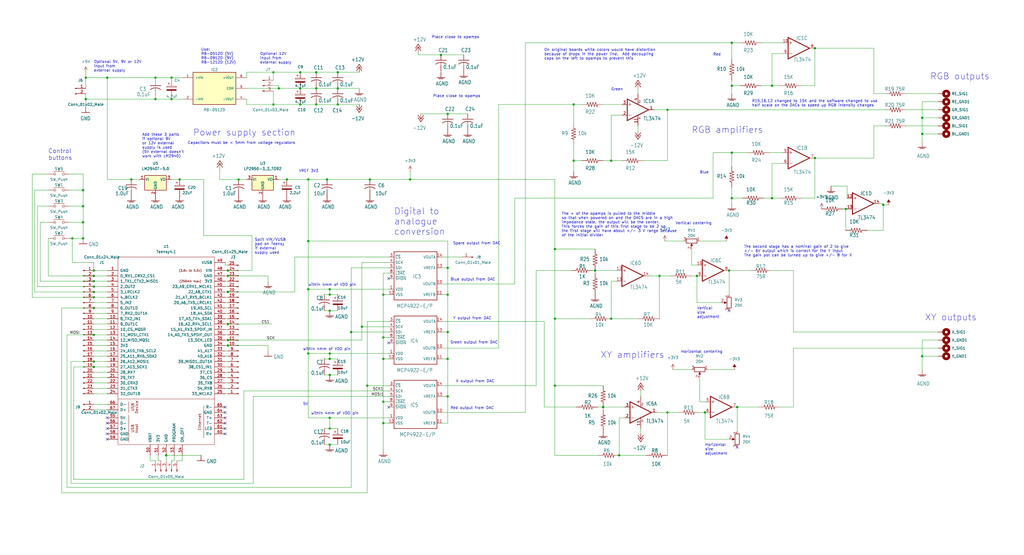
<source format=kicad_sch>
(kicad_sch (version 20211123) (generator eeschema)
  (paper "User" 485.14 263.296)
  (title_block (title "v.st Colour Mod v3.0") (date "2022-04-18") (company "Robin Champion") (comment 1 "Mods by FC"))
  (junction (at 365.76 40.64))
  (junction (at 73.66 46.99))
  (junction (at 436.88 63.5))
  (junction (at 181.61 139.7))
  (junction (at 39.37 90.17))
  (junction (at 78.74 215.9))
  (junction (at 135.89 85.09))
  (junction (at 39.37 113.03))
  (junction (at 107.95 138.43))
  (junction (at 62.23 85.09))
  (junction (at 346.71 20.32))
  (junction (at 212.09 53.975))
  (junction (at 271.78 49.53))
  (junction (at 262.89 151.13))
  (junction (at 436.88 55.88))
  (junction (at 149.86 41.91))
  (junction (at 107.95 163.83))
  (junction (at 345.44 128.27))
  (junction (at 181.61 170.18))
  (junction (at 316.23 195.58))
  (junction (at 146.05 167.64))
  (junction (at 365.76 93.98))
  (junction (at 44.45 173.99))
  (junction (at 156.21 198.12))
  (junction (at 39.37 105.41))
  (junction (at 142.24 34.29))
  (junction (at 418.465 97.155))
  (junction (at 386.08 74.93))
  (junction (at 44.45 158.75))
  (junction (at 289.56 151.13))
  (junction (at 194.31 85.09))
  (junction (at 50.8 36.83))
  (junction (at 334.01 195.58))
  (junction (at 330.2 130.81))
  (junction (at 156.21 203.2))
  (junction (at 208.915 26.035))
  (junction (at 132.08 41.91))
  (junction (at 142.24 49.53))
  (junction (at 107.95 130.81))
  (junction (at 386.08 22.86))
  (junction (at 316.23 52.07))
  (junction (at 40.64 36.83))
  (junction (at 73.66 36.83))
  (junction (at 156.21 170.18))
  (junction (at 156.21 167.64))
  (junction (at 107.95 161.29))
  (junction (at 44.45 128.27))
  (junction (at 212.09 127))
  (junction (at 436.88 168.91))
  (junction (at 212.09 157.48))
  (junction (at 346.71 72.39))
  (junction (at 146.05 114.3))
  (junction (at 107.95 128.27))
  (junction (at 149.86 49.53))
  (junction (at 107.95 153.67))
  (junction (at 156.21 147.32))
  (junction (at 312.42 130.81))
  (junction (at 212.09 139.7))
  (junction (at 85.09 85.09))
  (junction (at 160.02 41.91))
  (junction (at 129.54 49.53))
  (junction (at 160.02 34.29))
  (junction (at 262.89 118.11))
  (junction (at 400.685 99.06))
  (junction (at 293.37 215.9))
  (junction (at 154.94 85.09))
  (junction (at 81.28 46.99))
  (junction (at 146.05 137.16))
  (junction (at 285.75 193.04))
  (junction (at 142.24 41.91))
  (junction (at 44.45 133.35))
  (junction (at 156.21 137.16))
  (junction (at 171.45 154.94))
  (junction (at 149.86 34.29))
  (junction (at 44.45 138.43))
  (junction (at 212.09 187.96))
  (junction (at 349.25 193.04))
  (junction (at 146.05 85.09))
  (junction (at 281.94 128.27))
  (junction (at 44.45 130.81))
  (junction (at 181.61 200.66))
  (junction (at 156.21 139.7))
  (junction (at 173.99 182.88))
  (junction (at 34.29 113.03))
  (junction (at 81.28 36.83))
  (junction (at 40.64 46.99))
  (junction (at 156.21 210.82))
  (junction (at 113.03 85.09))
  (junction (at 166.37 157.48))
  (junction (at 346.71 93.98))
  (junction (at 156.21 177.8))
  (junction (at 44.45 171.45))
  (junction (at 39.37 97.79))
  (junction (at 212.09 170.18))
  (junction (at 44.45 146.05))
  (junction (at 346.71 40.64))
  (junction (at 289.56 76.2))
  (junction (at 271.78 76.2))
  (junction (at 160.02 49.53))
  (junction (at 129.54 34.29))
  (junction (at 175.26 85.09))
  (junction (at 262.89 182.88))
  (junction (at 181.61 190.5))
  (junction (at 44.45 135.89))
  (junction (at 44.45 140.97))
  (junction (at 181.61 160.02))
  (no_connect (at 345.44 147.32))
  (no_connect (at 50.8 200.66))
  (no_connect (at 106.68 198.12))
  (no_connect (at 106.68 203.2))
  (no_connect (at 106.68 193.04))
  (no_connect (at 50.8 198.12))
  (no_connect (at 106.68 200.66))
  (no_connect (at 106.68 195.58))
  (no_connect (at 50.8 203.2))
  (no_connect (at 349.25 212.09))
  (no_connect (at 50.8 208.28))
  (no_connect (at 184.15 162.56))
  (no_connect (at 184.15 132.08))
  (no_connect (at 184.15 193.04))
  (no_connect (at 50.8 205.74))
  (no_connect (at 106.68 205.74))
  (wire (pts (xy 81.28 45.72) (xy 81.28 46.99)))
  (wire (pts (xy 436.88 48.26) (xy 436.88 55.88)))
  (wire (pts (xy 173.99 152.4) (xy 173.99 182.88)))
  (wire (pts (xy 50.8 85.09) (xy 62.23 85.09)))
  (wire (pts (xy 106.68 184.15) (xy 107.95 184.15)))
  (wire (pts (xy 39.37 97.79) (xy 39.37 105.41)))
  (wire (pts (xy 34.925 227.33) (xy 34.925 173.99)))
  (wire (pts (xy 337.82 72.39) (xy 346.71 72.39)))
  (wire (pts (xy 166.37 157.48) (xy 166.37 127)))
  (wire (pts (xy 209.55 127) (xy 212.09 127)))
  (wire (pts (xy 115.57 185.42) (xy 184.15 185.42)))
  (wire (pts (xy 346.71 72.39) (xy 346.71 78.74)))
  (wire (pts (xy 44.45 194.31) (xy 50.8 194.31)))
  (wire (pts (xy 212.09 139.7) (xy 212.09 157.48)))
  (wire (pts (xy 271.78 76.2) (xy 271.78 81.28)))
  (wire (pts (xy 16.51 138.43) (xy 44.45 138.43)))
  (wire (pts (xy 74.93 215.9) (xy 74.93 218.44)))
  (wire (pts (xy 142.24 34.29) (xy 149.86 34.29)))
  (wire (pts (xy 416.56 96.52) (xy 418.465 96.52)))
  (wire (pts (xy 208.915 26.035) (xy 198.12 26.035)))
  (wire (pts (xy 349.25 193.04) (xy 349.25 204.47)))
  (wire (pts (xy 106.68 176.53) (xy 107.95 176.53)))
  (wire (pts (xy 401.32 88.265) (xy 401.32 93.98)))
  (wire (pts (xy 346.71 40.64) (xy 346.71 44.45)))
  (wire (pts (xy 106.68 168.91) (xy 107.95 168.91)))
  (wire (pts (xy 113.03 85.09) (xy 116.84 85.09)))
  (wire (pts (xy 379.73 40.64) (xy 386.08 40.64)))
  (wire (pts (xy 304.8 76.2) (xy 316.23 76.2)))
  (wire (pts (xy 254 128.27) (xy 270.51 128.27)))
  (wire (pts (xy 120.015 187.96) (xy 184.15 187.96)))
  (wire (pts (xy 289.56 133.35) (xy 289.56 151.13)))
  (wire (pts (xy 146.05 114.3) (xy 146.05 137.16)))
  (wire (pts (xy 166.37 157.48) (xy 166.37 231.14)))
  (wire (pts (xy 316.23 76.2) (xy 316.23 52.07)))
  (wire (pts (xy 156.21 147.32) (xy 160.02 147.32)))
  (wire (pts (xy 44.45 148.59) (xy 50.8 148.59)))
  (wire (pts (xy 120.015 229.235) (xy 33.655 229.235)))
  (wire (pts (xy 184.15 170.18) (xy 181.61 170.18)))
  (wire (pts (xy 444.5 161.29) (xy 436.88 161.29)))
  (wire (pts (xy 345.44 128.27) (xy 345.44 139.7)))
  (wire (pts (xy 331.47 179.07) (xy 331.47 190.5)))
  (wire (pts (xy 129.54 40.64) (xy 132.08 40.64)))
  (wire (pts (xy 74.93 218.44) (xy 76.2 218.44)))
  (wire (pts (xy 364.49 72.39) (xy 370.84 72.39)))
  (wire (pts (xy 107.95 153.67) (xy 128.905 153.67)))
  (wire (pts (xy 33.02 82.55) (xy 39.37 82.55)))
  (wire (pts (xy 107.95 161.29) (xy 171.45 161.29)))
  (wire (pts (xy 127 130.81) (xy 127 133.35)))
  (wire (pts (xy 285.75 193.04) (xy 295.91 193.04)))
  (wire (pts (xy 44.45 186.69) (xy 50.8 186.69)))
  (wire (pts (xy 303.53 185.42) (xy 303.53 187.96)))
  (wire (pts (xy 312.42 130.81) (xy 312.42 151.13)))
  (wire (pts (xy 107.95 138.43) (xy 139.7 138.43)))
  (wire (pts (xy 73.66 45.72) (xy 73.66 46.99)))
  (wire (pts (xy 429.26 59.69) (xy 444.5 59.69)))
  (wire (pts (xy 173.99 182.88) (xy 173.99 233.68)))
  (wire (pts (xy 116.84 49.53) (xy 129.54 49.53)))
  (wire (pts (xy 44.45 166.37) (xy 50.8 166.37)))
  (wire (pts (xy 107.95 181.61) (xy 106.68 181.61)))
  (wire (pts (xy 107.95 163.83) (xy 127 163.83)))
  (wire (pts (xy 184.15 160.02) (xy 181.61 160.02)))
  (wire (pts (xy 243.84 93.98) (xy 243.84 134.62)))
  (wire (pts (xy 386.08 93.98) (xy 379.73 93.98)))
  (wire (pts (xy 236.22 49.53) (xy 236.22 165.1)))
  (wire (pts (xy 173.99 182.88) (xy 184.15 182.88)))
  (wire (pts (xy 146.05 137.16) (xy 146.05 167.64)))
  (wire (pts (xy 316.23 215.9) (xy 316.23 195.58)))
  (wire (pts (xy 34.925 173.99) (xy 44.45 173.99)))
  (wire (pts (xy 317.5 130.81) (xy 312.42 130.81)))
  (wire (pts (xy 359.41 193.04) (xy 349.25 193.04)))
  (wire (pts (xy 82.55 215.9) (xy 82.55 218.44)))
  (wire (pts (xy 15.24 82.55) (xy 22.86 82.55)))
  (wire (pts (xy 306.07 215.9) (xy 293.37 215.9)))
  (wire (pts (xy 106.68 186.69) (xy 107.95 186.69)))
  (wire (pts (xy 19.05 105.41) (xy 19.05 133.35)))
  (wire (pts (xy 346.71 20.32) (xy 350.52 20.32)))
  (wire (pts (xy 44.45 143.51) (xy 50.8 143.51)))
  (wire (pts (xy 31.75 158.75) (xy 31.75 231.14)))
  (wire (pts (xy 156.21 170.18) (xy 160.02 170.18)))
  (wire (pts (xy 40.64 36.83) (xy 40.64 41.91)))
  (wire (pts (xy 78.74 215.9) (xy 95.25 215.9)))
  (wire (pts (xy 119.38 111.76) (xy 96.52 111.76)))
  (wire (pts (xy 16.51 90.17) (xy 22.86 90.17)))
  (wire (pts (xy 73.66 36.83) (xy 73.66 38.1)))
  (wire (pts (xy 71.12 218.44) (xy 73.66 218.44)))
  (wire (pts (xy 160.02 41.91) (xy 170.18 41.91)))
  (wire (pts (xy 283.21 193.04) (xy 285.75 193.04)))
  (wire (pts (xy 236.22 165.1) (xy 209.55 165.1)))
  (wire (pts (xy 289.56 54.61) (xy 294.64 54.61)))
  (wire (pts (xy 127 166.37) (xy 127 163.83)))
  (wire (pts (xy 289.56 76.2) (xy 294.64 76.2)))
  (wire (pts (xy 334.01 190.5) (xy 331.47 190.5)))
  (wire (pts (xy 321.31 195.58) (xy 316.23 195.58)))
  (wire (pts (xy 175.26 85.09) (xy 194.31 85.09)))
  (wire (pts (xy 116.84 34.29) (xy 129.54 34.29)))
  (wire (pts (xy 106.68 148.59) (xy 107.95 148.59)))
  (wire (pts (xy 375.92 193.04) (xy 375.92 165.1)))
  (wire (pts (xy 106.68 173.99) (xy 107.95 173.99)))
  (wire (pts (xy 302.26 151.13) (xy 289.56 151.13)))
  (wire (pts (xy 181.61 139.7) (xy 184.15 139.7)))
  (wire (pts (xy 156.21 177.8) (xy 160.02 177.8)))
  (wire (pts (xy 209.55 187.96) (xy 212.09 187.96)))
  (wire (pts (xy 156.21 210.82) (xy 160.02 210.82)))
  (wire (pts (xy 171.45 154.94) (xy 184.15 154.94)))
  (wire (pts (xy 106.68 125.73) (xy 107.95 125.73)))
  (wire (pts (xy 31.75 158.75) (xy 44.45 158.75)))
  (wire (pts (xy 330.2 143.51) (xy 341.63 143.51)))
  (wire (pts (xy 212.09 187.96) (xy 212.09 200.66)))
  (wire (pts (xy 181.61 129.54) (xy 184.15 129.54)))
  (wire (pts (xy 19.05 133.35) (xy 44.45 133.35)))
  (wire (pts (xy 156.21 198.12) (xy 156.21 203.2)))
  (wire (pts (xy 156.21 167.64) (xy 184.15 167.64)))
  (wire (pts (xy 184.15 152.4) (xy 173.99 152.4)))
  (wire (pts (xy 132.08 85.09) (xy 135.89 85.09)))
  (wire (pts (xy 311.15 195.58) (xy 316.23 195.58)))
  (wire (pts (xy 212.09 53.975) (xy 221.615 53.975)))
  (wire (pts (xy 146.05 167.64) (xy 146.05 198.12)))
  (wire (pts (xy 40.64 36.83) (xy 50.8 36.83)))
  (wire (pts (xy 106.68 179.07) (xy 107.95 179.07)))
  (wire (pts (xy 119.38 128.27) (xy 119.38 111.76)))
  (wire (pts (xy 44.45 151.13) (xy 50.8 151.13)))
  (wire (pts (xy 156.21 137.16) (xy 156.21 139.7)))
  (wire (pts (xy 166.37 157.48) (xy 184.15 157.48)))
  (wire (pts (xy 386.08 74.93) (xy 386.08 93.98)))
  (wire (pts (xy 248.92 20.32) (xy 346.71 20.32)))
  (wire (pts (xy 107.95 130.81) (xy 127 130.81)))
  (wire (pts (xy 295.91 198.12) (xy 293.37 198.12)))
  (wire (pts (xy 142.24 41.91) (xy 149.86 41.91)))
  (wire (pts (xy 149.86 41.91) (xy 160.02 41.91)))
  (wire (pts (xy 254 182.88) (xy 209.55 182.88)))
  (wire (pts (xy 107.95 153.67) (xy 106.68 153.67)))
  (wire (pts (xy 96.52 111.76) (xy 96.52 85.09)))
  (wire (pts (xy 375.92 157.48) (xy 444.5 157.48)))
  (wire (pts (xy 444.5 55.88) (xy 436.88 55.88)))
  (wire (pts (xy 346.71 93.98) (xy 346.71 96.52)))
  (wire (pts (xy 257.81 193.04) (xy 273.05 193.04)))
  (wire (pts (xy 399.415 99.06) (xy 400.685 99.06)))
  (wire (pts (xy 106.68 171.45) (xy 107.95 171.45)))
  (wire (pts (xy 106.68 161.29) (xy 107.95 161.29)))
  (wire (pts (xy 153.67 203.2) (xy 156.21 203.2)))
  (wire (pts (xy 146.05 167.64) (xy 156.21 167.64)))
  (wire (pts (xy 44.45 163.83) (xy 50.8 163.83)))
  (wire (pts (xy 40.64 34.29) (xy 40.64 36.83)))
  (wire (pts (xy 16.51 90.17) (xy 16.51 138.43)))
  (wire (pts (xy 160.02 34.29) (xy 170.18 34.29)))
  (wire (pts (xy 302.26 62.23) (xy 302.26 59.69)))
  (wire (pts (xy 198.12 26.035) (xy 198.12 24.765)))
  (wire (pts (xy 303.53 205.74) (xy 303.53 203.2)))
  (wire (pts (xy 115.57 227.33) (xy 34.925 227.33)))
  (wire (pts (xy 209.55 195.58) (xy 248.92 195.58)))
  (wire (pts (xy 153.67 177.8) (xy 156.21 177.8)))
  (wire (pts (xy 149.86 49.53) (xy 160.02 49.53)))
  (wire (pts (xy 212.09 170.18) (xy 212.09 157.48)))
  (wire (pts (xy 346.71 38.1) (xy 346.71 40.64)))
  (wire (pts (xy 271.78 49.53) (xy 271.78 58.42)))
  (wire (pts (xy 33.655 229.235) (xy 33.655 171.45)))
  (wire (pts (xy 44.45 176.53) (xy 50.8 176.53)))
  (wire (pts (xy 418.465 97.155) (xy 421.005 97.155)))
  (wire (pts (xy 365.76 128.27) (xy 375.92 128.27)))
  (wire (pts (xy 271.78 76.2) (xy 275.59 76.2)))
  (wire (pts (xy 39.37 82.55) (xy 39.37 90.17)))
  (wire (pts (xy 106.68 124.46) (xy 106.68 125.73)))
  (wire (pts (xy 44.45 181.61) (xy 50.8 181.61)))
  (wire (pts (xy 81.28 85.09) (xy 85.09 85.09)))
  (wire (pts (xy 436.88 63.5) (xy 444.5 63.5)))
  (wire (pts (xy 129.54 43.18) (xy 129.54 49.53)))
  (wire (pts (xy 414.02 44.45) (xy 414.02 22.86)))
  (wire (pts (xy 34.29 113.03) (xy 34.29 124.46)))
  (wire (pts (xy 360.68 40.64) (xy 365.76 40.64)))
  (wire (pts (xy 160.02 49.53) (xy 170.18 49.53)))
  (wire (pts (xy 365.76 25.4) (xy 365.76 40.64)))
  (wire (pts (xy 132.08 41.91) (xy 142.24 41.91)))
  (wire (pts (xy 33.655 171.45) (xy 44.45 171.45)))
  (wire (pts (xy 15.24 140.97) (xy 44.45 140.97)))
  (wire (pts (xy 44.45 128.27) (xy 50.8 128.27)))
  (wire (pts (xy 429.26 52.07) (xy 444.5 52.07)))
  (wire (pts (xy 194.31 81.28) (xy 194.31 85.09)))
  (wire (pts (xy 243.84 93.98) (xy 337.82 93.98)))
  (wire (pts (xy 135.89 85.09) (xy 146.05 85.09)))
  (wire (pts (xy 107.95 128.27) (xy 119.38 128.27)))
  (wire (pts (xy 181.61 170.18) (xy 181.61 190.5)))
  (wire (pts (xy 153.67 210.82) (xy 156.21 210.82)))
  (wire (pts (xy 419.1 44.45) (xy 414.02 44.45)))
  (wire (pts (xy 386.08 22.86) (xy 386.08 40.64)))
  (wire (pts (xy 85.09 85.09) (xy 96.52 85.09)))
  (wire (pts (xy 280.67 128.27) (xy 281.94 128.27)))
  (wire (pts (xy 248.92 20.32) (xy 248.92 195.58)))
  (wire (pts (xy 314.96 114.3) (xy 323.85 114.3)))
  (wire (pts (xy 156.21 167.64) (xy 156.21 170.18)))
  (wire (pts (xy 29.21 233.68) (xy 29.21 146.05)))
  (wire (pts (xy 71.12 215.9) (xy 71.12 218.44)))
  (wire (pts (xy 106.68 130.81) (xy 107.95 130.81)))
  (wire (pts (xy 365.76 25.4) (xy 370.84 25.4)))
  (wire (pts (xy 400.685 99.06) (xy 401.32 99.06)))
  (wire (pts (xy 129.54 34.29) (xy 142.24 34.29)))
  (wire (pts (xy 335.28 175.26) (xy 347.98 175.26)))
  (wire (pts (xy 184.15 190.5) (xy 181.61 190.5)))
  (wire (pts (xy 106.68 128.27) (xy 107.95 128.27)))
  (wire (pts (xy 334.01 208.28) (xy 345.44 208.28)))
  (wire (pts (xy 116.84 41.91) (xy 132.08 41.91)))
  (wire (pts (xy 361.95 93.98) (xy 365.76 93.98)))
  (wire (pts (xy 393.7 88.265) (xy 401.32 88.265)))
  (wire (pts (xy 436.88 161.29) (xy 436.88 168.91)))
  (wire (pts (xy 33.02 105.41) (xy 39.37 105.41)))
  (wire (pts (xy 262.89 182.88) (xy 262.89 215.9)))
  (wire (pts (xy 44.45 173.99) (xy 50.8 173.99)))
  (wire (pts (xy 154.94 85.09) (xy 175.26 85.09)))
  (wire (pts (xy 346.71 72.39) (xy 354.33 72.39)))
  (wire (pts (xy 115.57 185.42) (xy 115.57 227.33)))
  (wire (pts (xy 44.45 133.35) (xy 50.8 133.35)))
  (wire (pts (xy 44.45 158.75) (xy 50.8 158.75)))
  (wire (pts (xy 199.39 53.975) (xy 212.09 53.975)))
  (wire (pts (xy 436.88 55.88) (xy 436.88 63.5)))
  (wire (pts (xy 414.02 22.86) (xy 386.08 22.86)))
  (wire (pts (xy 302.26 41.91) (xy 302.26 44.45)))
  (wire (pts (xy 146.05 85.09) (xy 154.94 85.09)))
  (wire (pts (xy 292.1 133.35) (xy 289.56 133.35)))
  (wire (pts (xy 181.61 139.7) (xy 181.61 160.02)))
  (wire (pts (xy 418.465 97.155) (xy 418.465 109.22)))
  (wire (pts (xy 236.22 49.53) (xy 271.78 49.53)))
  (wire (pts (xy 22.86 113.03) (xy 22.86 130.81)))
  (wire (pts (xy 375.92 128.27) (xy 375.92 157.48)))
  (wire (pts (xy 331.47 114.3) (xy 344.17 114.3)))
  (wire (pts (xy 262.89 151.13) (xy 262.89 182.88)))
  (wire (pts (xy 44.45 138.43) (xy 50.8 138.43)))
  (wire (pts (xy 156.21 137.16) (xy 184.15 137.16)))
  (wire (pts (xy 281.94 128.27) (xy 281.94 129.54)))
  (wire (pts (xy 285.75 49.53) (xy 294.64 49.53)))
  (wire (pts (xy 346.71 20.32) (xy 346.71 27.94)))
  (wire (pts (xy 318.77 175.26) (xy 327.66 175.26)))
  (wire (pts (xy 289.56 54.61) (xy 289.56 76.2)))
  (wire (pts (xy 81.28 46.99) (xy 86.36 46.99)))
  (wire (pts (xy 285.75 193.04) (xy 285.75 194.31)))
  (wire (pts (xy 212.09 157.48) (xy 209.55 157.48)))
  (wire (pts (xy 106.68 143.51) (xy 107.95 143.51)))
  (wire (pts (xy 106.68 158.75) (xy 107.95 158.75)))
  (wire (pts (xy 116.84 46.99) (xy 116.84 49.53)))
  (wire (pts (xy 262.89 85.09) (xy 262.89 118.11)))
  (wire (pts (xy 50.8 36.83) (xy 73.66 36.83)))
  (wire (pts (xy 429.26 44.45) (xy 444.5 44.45)))
  (wire (pts (xy 209.55 139.7) (xy 212.09 139.7)))
  (wire (pts (xy 39.37 105.41) (xy 39.37 113.03)))
  (wire (pts (xy 418.465 109.22) (xy 410.845 109.22)))
  (wire (pts (xy 82.55 218.44) (xy 81.28 218.44)))
  (wire (pts (xy 400.685 99.06) (xy 400.685 109.22)))
  (wire (pts (xy 149.86 34.29) (xy 160.02 34.29)))
  (wire (pts (xy 78.74 215.9) (xy 78.74 218.44)))
  (wire (pts (xy 181.61 200.66) (xy 181.61 213.36)))
  (wire (pts (xy 120.015 187.96) (xy 120.015 229.235)))
  (wire (pts (xy 350.52 40.64) (xy 346.71 40.64)))
  (wire (pts (xy 44.45 130.81) (xy 50.8 130.81)))
  (wire (pts (xy 360.68 20.32) (xy 370.84 20.32)))
  (wire (pts (xy 104.14 85.09) (xy 113.03 85.09)))
  (wire (pts (xy 257.81 152.4) (xy 257.81 193.04)))
  (wire (pts (xy 181.61 160.02) (xy 181.61 170.18)))
  (wire (pts (xy 346.71 88.9) (xy 346.71 93.98)))
  (wire (pts (xy 369.57 193.04) (xy 375.92 193.04)))
  (wire (pts (xy 181.61 190.5) (xy 181.61 200.66)))
  (wire (pts (xy 281.94 118.11) (xy 262.89 118.11)))
  (wire (pts (xy 208.915 33.655) (xy 208.915 34.29)))
  (wire (pts (xy 39.37 90.17) (xy 39.37 97.79)))
  (wire (pts (xy 40.64 46.99) (xy 73.66 46.99)))
  (wire (pts (xy 171.45 124.46) (xy 184.15 124.46)))
  (wire (pts (xy 44.45 153.67) (xy 50.8 153.67)))
  (wire (pts (xy 414.02 59.69) (xy 419.1 59.69)))
  (wire (pts (xy 44.45 135.89) (xy 50.8 135.89)))
  (wire (pts (xy 194.31 85.09) (xy 262.89 85.09)))
  (wire (pts (xy 209.55 121.92) (xy 219.075 121.92)))
  (wire (pts (xy 44.45 156.21) (xy 50.8 156.21)))
  (wire (pts (xy 307.34 130.81) (xy 312.42 130.81)))
  (wire (pts (xy 212.09 139.7) (xy 212.09 127)))
  (wire (pts (xy 330.2 125.73) (xy 327.66 125.73)))
  (wire (pts (xy 444.5 48.26) (xy 436.88 48.26)))
  (wire (pts (xy 106.68 138.43) (xy 107.95 138.43)))
  (wire (pts (xy 209.55 152.4) (xy 257.81 152.4)))
  (wire (pts (xy 106.68 156.21) (xy 107.95 156.21)))
  (wire (pts (xy 171.45 124.46) (xy 171.45 154.94)))
  (wire (pts (xy 129.54 34.29) (xy 129.54 38.1)))
  (wire (pts (xy 262.89 151.13) (xy 279.4 151.13)))
  (wire (pts (xy 271.78 49.53) (xy 275.59 49.53)))
  (wire (pts (xy 15.24 82.55) (xy 15.24 140.97)))
  (wire (pts (xy 262.89 182.88) (xy 285.75 182.88)))
  (wire (pts (xy 17.78 135.89) (xy 44.45 135.89)))
  (wire (pts (xy 153.67 170.18) (xy 156.21 170.18)))
  (wire (pts (xy 327.66 118.11) (xy 327.66 125.73)))
  (wire (pts (xy 40.64 44.45) (xy 40.64 46.99)))
  (wire (pts (xy 17.78 97.79) (xy 17.78 135.89)))
  (wire (pts (xy 116.84 36.83) (xy 116.84 34.29)))
  (wire (pts (xy 444.5 168.91) (xy 436.88 168.91)))
  (wire (pts (xy 129.54 49.53) (xy 142.24 49.53)))
  (wire (pts (xy 81.28 36.83) (xy 86.36 36.83)))
  (wire (pts (xy 44.45 146.05) (xy 50.8 146.05)))
  (wire (pts (xy 29.21 146.05) (xy 44.45 146.05)))
  (wire (pts (xy 142.24 49.53) (xy 149.86 49.53)))
  (wire (pts (xy 139.7 121.92) (xy 139.7 138.43)))
  (wire (pts (xy 309.88 52.07) (xy 316.23 52.07)))
  (wire (pts (xy 271.78 68.58) (xy 271.78 76.2)))
  (wire (pts (xy 106.68 146.05) (xy 107.95 146.05)))
  (wire (pts (xy 334.01 195.58) (xy 331.47 195.58)))
  (wire (pts (xy 44.45 124.46) (xy 34.29 124.46)))
  (wire (pts (xy 62.23 85.09) (xy 66.04 85.09)))
  (wire (pts (xy 212.09 114.3) (xy 212.09 127)))
  (wire (pts (xy 285.75 76.2) (xy 289.56 76.2)))
  (wire (pts (xy 254 128.27) (xy 254 182.88)))
  (wire (pts (xy 19.05 105.41) (xy 22.86 105.41)))
  (wire (pts (xy 44.45 128.27) (xy 44.45 124.46)))
  (wire (pts (xy 73.66 46.99) (xy 81.28 46.99)))
  (wire (pts (xy 337.82 72.39) (xy 337.82 93.98)))
  (wire (pts (xy 106.68 140.97) (xy 107.95 140.97)))
  (wire (pts (xy 209.55 134.62) (xy 243.84 134.62)))
  (wire (pts (xy 153.67 139.7) (xy 156.21 139.7)))
  (wire (pts (xy 330.2 130.81) (xy 330.2 143.51)))
  (wire (pts (xy 146.05 137.16) (xy 156.21 137.16)))
  (wire (pts (xy 156.21 203.2) (xy 160.02 203.2)))
  (wire (pts (xy 330.2 130.81) (xy 327.66 130.81)))
  (wire (pts (xy 156.21 139.7) (xy 160.02 139.7)))
  (wire (pts (xy 22.86 130.81) (xy 44.45 130.81)))
  (wire (pts (xy 44.45 191.77) (xy 50.8 191.77)))
  (wire (pts (xy 81.28 36.83) (xy 81.28 38.1)))
  (wire (pts (xy 106.68 133.35) (xy 107.95 133.35)))
  (wire (pts (xy 436.88 63.5) (xy 436.88 67.31)))
  (wire (pts (xy 50.8 36.83) (xy 50.8 85.09)))
  (wire (pts (xy 31.75 231.14) (xy 166.37 231.14)))
  (wire (pts (xy 146.05 85.09) (xy 146.05 114.3)))
  (wire (pts (xy 33.02 90.17) (xy 39.37 90.17)))
  (wire (pts (xy 281.94 128.27) (xy 292.1 128.27)))
  (wire (pts (xy 17.78 97.79) (xy 22.86 97.79)))
  (wire (pts (xy 106.68 166.37) (xy 107.95 166.37)))
  (wire (pts (xy 146.05 114.3) (xy 212.09 114.3)))
  (wire (pts (xy 86.36 218.44) (xy 83.82 218.44)))
  (wire (pts (xy 262.89 215.9) (xy 283.21 215.9)))
  (wire (pts (xy 44.45 161.29) (xy 50.8 161.29)))
  (wire (pts (xy 33.02 97.79) (xy 39.37 97.79)))
  (wire (pts (xy 181.61 139.7) (xy 181.61 129.54)))
  (wire (pts (xy 365.76 77.47) (xy 370.84 77.47)))
  (wire (pts (xy 355.6 128.27) (xy 345.44 128.27)))
  (wire (pts (xy 212.09 170.18) (xy 212.09 187.96)))
  (wire (pts (xy 418.465 96.52) (xy 418.465 97.155)))
  (wire (pts (xy 44.45 171.45) (xy 50.8 171.45)))
  (wire (pts (xy 293.37 198.12) (xy 293.37 215.9)))
  (wire (pts (xy 219.71 26.035) (xy 208.915 26.035)))
  (wire (pts (xy 346.71 93.98) (xy 351.79 93.98)))
  (wire (pts (xy 29.21 233.68) (xy 173.99 233.68)))
  (wire (pts (xy 33.02 113.03) (xy 34.29 113.03)))
  (wire (pts (xy 365.76 93.98) (xy 369.57 93.98)))
  (wire (pts (xy 212.09 170.18) (xy 209.55 170.18)))
  (wire (pts (xy 104.14 80.01) (xy 104.14 85.09)))
  (wire (pts (xy 44.45 168.91) (xy 50.8 168.91)))
  (wire (pts (xy 171.45 154.94) (xy 171.45 161.29)))
  (wire (pts (xy 86.36 215.9) (xy 86.36 218.44)))
  (wire (pts (xy 44.45 184.15) (xy 50.8 184.15)))
  (wire (pts (xy 365.76 77.47) (xy 365.76 93.98)))
  (wire (pts (xy 106.68 163.83) (xy 107.95 163.83)))
  (wire (pts (xy 166.37 127) (xy 184.15 127)))
  (wire (pts (xy 262.89 118.11) (xy 262.89 151.13)))
  (wire (pts (xy 34.29 113.03) (xy 39.37 113.03)))
  (wire (pts (xy 73.66 36.83) (xy 81.28 36.83)))
  (wire (pts (xy 132.08 40.64) (xy 132.08 41.91)))
  (wire (pts (xy 156.21 198.12) (xy 184.15 198.12)))
  (wire (pts (xy 334.01 195.58) (xy 334.01 208.28)))
  (wire (pts (xy 212.09 200.66) (xy 209.55 200.66)))
  (wire (pts (xy 44.45 179.07) (xy 50.8 179.07)))
  (wire (pts (xy 184.15 121.92) (xy 139.7 121.92)))
  (wire (pts (xy 386.08 74.93) (xy 414.02 74.93)))
  (wire (pts (xy 106.68 151.13) (xy 107.95 151.13)))
  (wire (pts (xy 40.64 46.99) (xy 40.64 50.8)))
  (wire (pts (xy 414.02 59.69) (xy 414.02 74.93)))
  (wire (pts (xy 316.23 52.07) (xy 419.1 52.07)))
  (wire (pts (xy 106.68 135.89) (xy 107.95 135.89)))
  (wire (pts (xy 44.45 140.97) (xy 50.8 140.97)))
  (wire (pts (xy 375.92 165.1) (xy 444.5 165.1)))
  (wire (pts (xy 146.05 198.12) (xy 156.21 198.12)))
  (wire (pts (xy 153.67 147.32) (xy 156.21 147.32)))
  (wire (pts (xy 436.88 168.91) (xy 436.88 175.26)))
  (wire (pts (xy 365.76 40.64) (xy 369.57 40.64)))
  (wire (pts (xy 184.15 200.66) (xy 181.61 200.66)))
  (text "Red output from DAC" (at 213.36 194.31 0) (effects (font (size 1.27 1.27)) (justify left bottom)))
  (text "Horizontal \nsize \nadjustment" (at 334.01 215.9 0) (effects (font (size 1.27 1.27)) (justify left bottom)))
  (text "Vertical \nsize \nadjustment" (at 330.2 151.13 0) (effects (font (size 1.27 1.27)) (justify left bottom)))
  (text "XY outputs" (at 438.15 152.4 0) (effects (font (size 3 3)) (justify left bottom)))
  (text "within 4mm of VDD pin" (at 147.32 196.85 0) (effects (font (size 1.27 1.27)) (justify left bottom)))
  (text "X output from DAC" (at 215.9 181.61 0) (effects (font (size 1.27 1.27)) (justify left bottom)))
  (text "within 4mm of VDD pin" (at 143.51 166.37 0) (effects (font (size 1.27 1.27)) (justify left bottom)))
  (text "Red" (at 337.82 26.67 0) (effects (font (size 1.27 1.27)) (justify left bottom)))
  (text "Green" (at 289.56 43.18 0) (effects (font (size 1.27 1.27)) (justify left bottom)))
  (text "Vertical centering" (at 320.04 106.68 0) (effects (font (size 1.27 1.27)) (justify left bottom)))
  (text "Blue output from DAC" (at 213.36 133.35 0) (effects (font (size 1.27 1.27)) (justify left bottom)))
  (text "Control\nbuttons" (at 22.86 76.2 0) (effects (font (size 2 2)) (justify left bottom)))
  (text "The + of the opamps is pulled to the middle\nso that when powered on and the DACS are in a high\nimpedance state, the output will be the center.\nThis forces the gain of this first stage to be 2 so\nthe first stage will have about +/- 3 V range because \nof the initial divider" (at 266.065 112.395 0) (effects (font (size 1.27 1.27)) (justify left bottom)))
  (text "Power supply section" (at 91.44 64.77 0) (effects (font (size 3 3)) (justify left bottom)))
  (text "The second stage has a nominal gain of 2 to give\n+/- 6V output which is correct for the Y input\nThe gain pot can be turned up to give +/- 8 for X" (at 352.425 121.92 0) (effects (font (size 1.27 1.27)) (justify left bottom)))
  (text "Blue" (at 331.47 82.55 0) (effects (font (size 1.27 1.27)) (justify left bottom)))
  (text "Spare output from DAC" (at 214.63 116.205 0) (effects (font (size 1.27 1.27)) (justify left bottom)))
  (text "R15,16,12 changed to 15K and the software changed to use\nhalf scale on the DACs to speed up RGB intensity changes" (at 356.235 50.8 0) (effects (font (size 1.27 1.27)) (justify left bottom)))
  (text "within 4mm of VDD pin" (at 146.05 135.89 0) (effects (font (size 1.27 1.27)) (justify left bottom)))
  (text "Digital to\nanalogue\nconversion" (at 186.69 111.76 0) (effects (font (size 3 3)) (justify left bottom)))
  (text "Place close to opamps" (at 204.47 18.415 0) (effects (font (size 1.27 1.27)) (justify left bottom)))
  (text "5V" (at 143.51 192.405 0) (effects (font (size 1.27 1.27)) (justify left bottom)))
  (text "Split VIN/VUSB\npad on Teensy \nif external \nsupply used" (at 120.65 120.65 0) (effects (font (size 1.27 1.27)) (justify left bottom)))
  (text "Optional 5V, 9V or 12V \ninput from \nexternal supply" (at 44.45 34.29 0) (effects (font (size 1.27 1.27)) (justify left bottom)))
  (text "Use: \nRB-0512D (5V)\nRB-0912D (9V)\nRB-1212D (12V)" (at 95.25 30.48 0) (effects (font (size 1.27 1.27)) (justify left bottom)))
  (text "Horizontal centering" (at 322.58 167.64 0) (effects (font (size 1.27 1.27)) (justify left bottom)))
  (text "VREF 3V3" (at 141.605 81.915 0) (effects (font (size 1.27 1.27)) (justify left bottom)))
  (text "Green output from DAC" (at 213.36 163.195 0) (effects (font (size 1.27 1.27)) (justify left bottom)))
  (text "XY amplifiers" (at 284.48 170.18 0) (effects (font (size 3 3)) (justify left bottom)))
  (text "On original boards white colors would have distortion\nbecause of drops in the power line.  Add decoupling\ncaps on the left to opamps to prevent this\n" (at 257.81 28.575 0) (effects (font (size 1.27 1.27)) (justify left bottom)))
  (text "Add these 3 parts\nif optional 9V \nor 12V external \nsupply is used\n(5V external doesn't\nwork with LM2940)" (at 67.31 74.93 0) (effects (font (size 1.27 1.27)) (justify left bottom)))
  (text "Optional 12V \ninput from \nexternal supply" (at 123.19 30.48 0) (effects (font (size 1.27 1.27)) (justify left bottom)))
  (text "Capacitors must be < 5mm from voltage regulators" (at 88.9 68.58 0) (effects (font (size 1.27 1.27)) (justify left bottom)))
  (text "Y output from DAC" (at 214.63 151.765 0) (effects (font (size 1.27 1.27)) (justify left bottom)))
  (text "Place close to opamps" (at 205.105 46.355 0) (effects (font (size 1.27 1.27)) (justify left bottom)))
  (text "RGB outputs" (at 440.69 38.1 0) (effects (font (size 3 3)) (justify left bottom)))
  (text "RGB amplifiers" (at 327.66 63.5 0) (effects (font (size 3 3)) (justify left bottom)))
  (label "MOSI1" (at 175.895 187.96 0))
  (label "MOSI" (at 33.02 158.75 0))
  (label "SCK1" (at 176.53 185.42 0))
  (label "CS1" (at 123.825 153.67 0))
  (label "SCK" (at 126.365 161.29 0))
  (symbol (lib_id "teensyv-eagle-import:R-US_0204{slash}2V") (at 374.65 93.98 180) (unit 1)
    (property "Reference" "R15" (at 375.92 95.25 0) (effects (font (size 1.778 1.5113)) (justify left bottom)))
    (property "Value" "15K" (at 375.92 88.9 0) (effects (font (size 1.778 1.5113)) (justify left bottom)))
    (property "Footprint" "Resistor_THT:R_Axial_DIN0207_L6.3mm_D2.5mm_P7.62mm_Horizontal" (effects hide))
  )
  (symbol (lib_id "teensyv-eagle-import:R-US_0204{slash}2V") (at 346.71 33.02 90) (unit 1)
    (property "Reference" "R10" (at 344.17 31.75 90) (effects (font (size 1.778 1.5113)) (justify left bottom)))
    (property "Value" "10k" (at 353.06 31.75 90) (effects (font (size 1.778 1.5113)) (justify left bottom)))
    (property "Footprint" "Resistor_THT:R_Axial_DIN0207_L6.3mm_D2.5mm_P7.62mm_Horizontal" (effects hide))
  )
  (symbol (lib_id "teensyv-eagle-import:R-US_0204{slash}7") (at 424.18 52.07 0) (unit 1)
    (property "Reference" "R20" (at 419.1 50.8 0) (effects (font (size 1.778 1.5113)) (justify left bottom)))
    (property "Value" "75R" (at 424.18 50.8 0) (effects (font (size 1.778 1.5113)) (justify left bottom)))
    (property "Footprint" "Resistor_THT:R_Axial_DIN0207_L6.3mm_D2.5mm_P7.62mm_Horizontal" (effects hide))
  )
  (symbol (lib_id "teensyv-eagle-import:+12V") (at 170.18 31.75 0) (unit 1)
    (property "Reference" "#P+03" (effects hide))
    (property "Value" "+12V" (at 166.37 29.21 0) (effects (font (size 1.778 1.5113)) (justify left bottom)))
  )
  (symbol (lib_id "Switch:SW_Push") (at 27.94 113.03 0) (mirror y) (unit 1)
    (property "Reference" "SW2" (at 27.94 110.49 0))
    (property "Value" "SW_Push" (at 27.94 115.57 0))
    (property "Footprint" "Button_Switch_THT:SW_PUSH_6mm_H4.3mm" (effects hide))
  )
  (symbol (lib_id "teensyv-eagle-import:AGND") (at 219.71 36.195 0) (unit 1)
    (property "Reference" "#AGND0111" (effects hide))
    (property "Value" "AGND" (at 217.17 40.005 0) (effects (font (size 1.778 1.5113)) (justify left bottom)))
  )
  (symbol (lib_id "Device:C_Polarized") (at 81.28 41.91 0) (unit 1)
    (property "Reference" "C4" (at 82.55 38.1 0) (effects (justify left)))
    (property "Value" "4.7uF" (at 78.74 45.72 0) (effects (justify left)))
    (property "Footprint" "Capacitor_THT:CP_Radial_D5.0mm_P2.00mm" (effects hide))
  )
  (symbol (lib_id "Device:C_Polarized") (at 85.09 88.9 0) (unit 1)
    (property "Reference" "C20" (at 88.9 88.9 0) (effects (justify left)))
    (property "Value" "22uF" (at 86.36 91.44 0) (effects (justify left)))
    (property "Footprint" "Capacitor_THT:CP_Radial_D5.0mm_P2.00mm" (effects hide))
  )
  (symbol (lib_id "teensyv-eagle-import:C-US025-024X044") (at 160.02 44.45 0) (unit 1)
    (property "Reference" "C14" (at 157.48 53.34 0) (effects (font (size 1.778 1.5113)) (justify left bottom)))
    (property "Value" "0.1uF" (at 161.036 48.641 0) (effects (font (size 1.778 1.5113)) (justify left bottom)))
    (property "Footprint" "Capacitor_THT:C_Disc_D5.0mm_W2.5mm_P2.50mm" (effects hide))
  )
  (symbol (lib_id "teensyv-eagle-import:AGND") (at 156.21 180.34 0) (unit 1)
    (property "Reference" "#AGND06" (effects hide))
    (property "Value" "AGND" (at 158.75 181.61 0) (effects (font (size 1.778 1.5113)) (justify left bottom)))
  )
  (symbol (lib_id "teensyv-eagle-import:AGND") (at 436.88 177.8 0) (unit 1)
    (property "Reference" "#AGND019" (effects hide))
    (property "Value" "AGND" (at 434.34 182.88 0) (effects (font (size 1.778 1.5113)) (justify left bottom)))
  )
  (symbol (lib_id "teensyv-eagle-import:AGND") (at 113.03 95.25 0) (unit 1)
    (property "Reference" "#AGND01" (effects hide))
    (property "Value" "AGND" (at 110.49 99.06 0) (effects (font (size 1.778 1.5113)) (justify left bottom)))
  )
  (symbol (lib_id "teensyv-eagle-import:AGND") (at 175.26 95.25 0) (unit 1)
    (property "Reference" "#AGND05" (effects hide))
    (property "Value" "AGND" (at 172.72 99.06 0) (effects (font (size 1.778 1.5113)) (justify left bottom)))
  )
  (symbol (lib_id "Mechanical:MountingHole_Pad") (at 447.04 168.91 270) (unit 1)
    (property "Reference" "Y_GND1" (at 450.85 168.91 90) (effects (justify left)))
    (property "Value" "MountingHole_Pad" (effects hide))
    (property "Footprint" "MountingHole:MountingHole_2.2mm_M2_DIN965_Pad_TopBottom" (effects hide))
  )
  (symbol (lib_id "teensyv-eagle-import:GND") (at 127 168.91 0) (unit 1)
    (property "Reference" "#GND0101" (effects hide))
    (property "Value" "GND" (at 129.54 170.18 0) (effects (font (size 1.778 1.5113)) (justify left bottom)))
  )
  (symbol (lib_id "teensyv-eagle-import:QUAD_OPAMPP") (at 341.63 193.04 0) (unit 2)
    (property "Reference" "IC6" (at 340.36 189.23 0) (effects (font (size 1.778 1.5113)) (justify left bottom)))
    (property "Value" "TL3474" (at 339.09 200.66 0) (effects (font (size 1.778 1.5113)) (justify left bottom)))
    (property "Footprint" "Package_DIP:DIP-14_W7.62mm_Socket" (effects hide))
  )
  (symbol (lib_id "Mechanical:MountingHole_Pad") (at 447.04 161.29 270) (unit 1)
    (property "Reference" "X_GND1" (at 450.85 161.29 90) (effects (justify left)))
    (property "Value" "MountingHole_Pad" (effects hide))
    (property "Footprint" "MountingHole:MountingHole_2.2mm_M2_DIN965_Pad_TopBottom" (effects hide))
  )
  (symbol (lib_id "teensyv-eagle-import:C-US025-024X044") (at 149.86 36.83 0) (unit 1)
    (property "Reference" "C11" (at 148.59 33.02 0) (effects (font (size 1.778 1.5113)) (justify left bottom)))
    (property "Value" "0.1uF" (at 150.876 41.021 0) (effects (font (size 1.778 1.5113)) (justify left bottom)))
    (property "Footprint" "Capacitor_THT:C_Disc_D5.0mm_W2.5mm_P2.50mm" (effects hide))
  )
  (symbol (lib_id "teensyv-eagle-import:AGND") (at 346.71 46.99 0) (unit 1)
    (property "Reference" "#AGND0105" (effects hide))
    (property "Value" "AGND" (at 344.17 50.8 0) (effects (font (size 1.778 1.5113)) (justify left bottom)))
  )
  (symbol (lib_id "Device:R_Potentiometer") (at 331.47 175.26 270) (unit 1)
    (property "Reference" "RV2" (at 331.47 168.91 90))
    (property "Value" "20K" (at 331.47 171.45 90))
    (property "Footprint" "Potentiometer_THT:Potentiometer_Bourns_3386P_Vertical" (effects hide))
  )
  (symbol (lib_id "teensyv-eagle-import:C-US025-024X044") (at 208.915 28.575 0) (unit 1)
    (property "Reference" "C21" (at 207.645 24.765 0) (effects (font (size 1.778 1.5113)) (justify left bottom)))
    (property "Value" "0.1uF" (at 209.931 32.766 0) (effects (font (size 1.778 1.5113)) (justify left bottom)))
    (property "Footprint" "Capacitor_THT:C_Disc_D5.0mm_W2.5mm_P2.50mm" (effects hide))
  )
  (symbol (lib_id "power:+3.3V") (at 194.31 81.28 0) (unit 1)
    (property "Reference" "#PWR0103" (effects hide))
    (property "Value" "+3.3V" (at 194.31 76.2 0))
  )
  (symbol (lib_id "teensyv-eagle-import:AGND") (at 346.71 99.06 0) (unit 1)
    (property "Reference" "#AGND0103" (effects hide))
    (property "Value" "AGND" (at 344.17 102.87 0) (effects (font (size 1.778 1.5113)) (justify left bottom)))
  )
  (symbol (lib_id "Device:C_Polarized") (at 142.24 45.72 0) (unit 1)
    (property "Reference" "C10" (at 140.97 52.07 0) (effects (justify left)))
    (property "Value" "4.7uF" (at 139.7 48.26 0) (effects (justify left)))
    (property "Footprint" "Capacitor_THT:CP_Radial_D5.0mm_P2.00mm" (effects hide))
  )
  (symbol (lib_id "teensyv-eagle-import:AGND") (at 221.615 64.135 0) (unit 1)
    (property "Reference" "#AGND0112" (effects hide))
    (property "Value" "AGND" (at 219.075 67.945 0) (effects (font (size 1.778 1.5113)) (justify left bottom)))
  )
  (symbol (lib_id "teensyv-eagle-import:+12V") (at 198.12 22.225 0) (unit 1)
    (property "Reference" "#P+0103" (effects hide))
    (property "Value" "+12V" (at 195.58 19.685 0) (effects (font (size 1.778 1.5113)) (justify left bottom)))
  )
  (symbol (lib_id "Mechanical:MountingHole_Pad") (at 447.04 165.1 270) (unit 1)
    (property "Reference" "Y_SIG1" (at 450.85 165.1 90) (effects (justify left)))
    (property "Value" "MountingHole_Pad" (effects hide))
    (property "Footprint" "MountingHole:MountingHole_2.2mm_M2_DIN965_Pad_TopBottom" (effects hide))
  )
  (symbol (lib_id "Regulator_Linear:LP2950-5.0_TO92") (at 124.46 85.09 0) (unit 1)
    (property "Reference" "U3" (at 124.46 77.47 0))
    (property "Value" "LP2950-3_3_TO92" (at 124.46 80.01 0))
    (property "Footprint" "Package_TO_SOT_THT:TO-92" (effects hide))
    (property "Datasheet" "http://www.ti.com/lit/ds/symlink/lp2951.pdf" (effects hide))
  )
  (symbol (lib_id "teensyv-eagle-import:R-US_0204{slash}2V") (at 285.75 199.39 90) (unit 1)
    (property "Reference" "R5" (at 281.94 199.39 90) (effects (font (size 1.778 1.5113)) (justify left bottom)))
    (property "Value" "10k" (at 292.1 199.39 90) (effects (font (size 1.778 1.5113)) (justify left bottom)))
    (property "Footprint" "Resistor_THT:R_Axial_DIN0207_L6.3mm_D2.5mm_P7.62mm_Horizontal" (effects hide))
  )
  (symbol (lib_id "teensyv-eagle-import:C-US025-024X044") (at 153.67 142.24 0) (unit 1)
    (property "Reference" "C8" (at 149.86 142.24 0) (effects (font (size 1.778 1.5113)) (justify left bottom)))
    (property "Value" "0.1uF" (at 147.32 147.32 0) (effects (font (size 1.778 1.5113)) (justify left bottom)))
    (property "Footprint" "Capacitor_THT:C_Disc_D5.0mm_W2.5mm_P2.50mm" (effects hide))
  )
  (symbol (lib_id "Teensy:Teensy4.1") (at 78.74 182.88 0) (unit 1)
    (property "Reference" "U1" (at 78.74 116.84 0))
    (property "Value" "Teensy4.1" (at 78.74 119.38 0))
    (property "Footprint" "Teensy:Teensy41" (effects hide))
  )
  (symbol (lib_id "teensyv-eagle-import:GND") (at 40.64 53.34 0) (unit 1)
    (property "Reference" "#SUPPLY01" (effects hide))
    (property "Value" "GND" (at 38.1 57.15 0) (effects (font (size 1.778 1.5113)) (justify left bottom)))
  )
  (symbol (lib_id "Switch:SW_Push") (at 27.94 90.17 0) (unit 1)
    (property "Reference" "SW1" (at 27.94 87.63 0))
    (property "Value" "SW_Push" (at 27.94 92.71 0))
    (property "Footprint" "Button_Switch_THT:SW_PUSH_6mm_H4.3mm" (effects hide))
  )
  (symbol (lib_id "Device:C_Polarized") (at 135.89 88.9 0) (unit 1)
    (property "Reference" "C5" (at 139.7 88.9 0) (effects (justify left)))
    (property "Value" "2.2uF" (at 137.16 91.44 0) (effects (justify left)))
    (property "Footprint" "Capacitor_THT:CP_Radial_D5.0mm_P2.00mm" (effects hide))
  )
  (symbol (lib_id "teensyv-eagle-import:R-US_0204{slash}2V") (at 281.94 134.62 90) (unit 1)
    (property "Reference" "R3" (at 279.4 133.35 90) (effects (font (size 1.778 1.5113)) (justify left bottom)))
    (property "Value" "10k" (at 288.29 133.35 90) (effects (font (size 1.778 1.5113)) (justify left bottom)))
    (property "Footprint" "Resistor_THT:R_Axial_DIN0207_L6.3mm_D2.5mm_P7.62mm_Horizontal" (effects hide))
  )
  (symbol (lib_id "teensyv-eagle-import:R-US_0204{slash}2V") (at 285.75 187.96 90) (unit 1)
    (property "Reference" "R26" (at 283.21 186.69 90) (effects (font (size 1.778 1.5113)) (justify left bottom)))
    (property "Value" "10k" (at 292.1 186.69 90) (effects (font (size 1.778 1.5113)) (justify left bottom)))
    (property "Footprint" "Resistor_THT:R_Axial_DIN0207_L6.3mm_D2.5mm_P7.62mm_Horizontal" (effects hide))
  )
  (symbol (lib_id "teensyv-eagle-import:R-US_0204{slash}2V") (at 307.34 151.13 0) (unit 1)
    (property "Reference" "R7" (at 304.8 150.1394 0) (effects (font (size 1.778 1.5113)) (justify left bottom)))
    (property "Value" "10K" (at 304.8 154.94 0) (effects (font (size 1.778 1.5113)) (justify left bottom)))
    (property "Footprint" "Resistor_THT:R_Axial_DIN0207_L6.3mm_D2.5mm_P7.62mm_Horizontal" (effects hide))
  )
  (symbol (lib_id "Mechanical:MountingHole_Pad") (at 447.04 48.26 270) (unit 1)
    (property "Reference" "RE_GND1" (at 450.85 48.26 90) (effects (justify left)))
    (property "Value" "MountingHole_Pad" (effects hide))
    (property "Footprint" "MountingHole:MountingHole_2.2mm_M2_DIN965_Pad_TopBottom" (effects hide))
  )
  (symbol (lib_id "teensyv-eagle-import:AGND") (at 62.23 95.25 0) (unit 1)
    (property "Reference" "#AGND0102" (effects hide))
    (property "Value" "AGND" (at 59.69 99.06 0) (effects (font (size 1.778 1.5113)) (justify left bottom)))
  )
  (symbol (lib_id "teensyv-eagle-import:AGND") (at 156.21 213.36 0) (unit 1)
    (property "Reference" "#AGND012" (effects hide))
    (property "Value" "AGND" (at 158.75 214.63 0) (effects (font (size 1.778 1.5113)) (justify left bottom)))
  )
  (symbol (lib_id "teensyv-eagle-import:QUAD_OPAMPP") (at 337.82 128.27 0) (unit 3)
    (property "Reference" "IC6" (at 336.55 124.46 0) (effects (font (size 1.778 1.5113)) (justify left bottom)))
    (property "Value" "TL3474" (at 335.28 134.62 0) (effects (font (size 1.778 1.5113)) (justify left bottom)))
    (property "Footprint" "Package_DIP:DIP-14_W7.62mm_Socket" (effects hide))
  )
  (symbol (lib_id "power:+3.3V") (at 314.96 114.3 0) (unit 1)
    (property "Reference" "#PWR0102" (effects hide))
    (property "Value" "+3.3V" (at 314.96 108.585 0))
  )
  (symbol (lib_id "teensyv-eagle-import:AGND") (at 181.61 215.9 0) (unit 1)
    (property "Reference" "#AGND08" (effects hide))
    (property "Value" "AGND" (at 179.07 219.71 0) (effects (font (size 1.778 1.5113)) (justify left bottom)))
  )
  (symbol (lib_id "power:+5V") (at 40.64 34.29 0) (unit 1)
    (property "Reference" "#PWR0101" (effects hide))
    (property "Value" "+5V" (at 40.64 29.21 0))
  )
  (symbol (lib_id "teensyv-eagle-import:R-US_0204{slash}2V") (at 359.41 72.39 180) (unit 1)
    (property "Reference" "R24" (at 360.68 74.93 0) (effects (font (size 1.778 1.5113)) (justify left bottom)))
    (property "Value" "10K" (at 360.68 67.31 0) (effects (font (size 1.778 1.5113)) (justify left bottom)))
    (property "Footprint" "Resistor_THT:R_Axial_DIN0207_L6.3mm_D2.5mm_P7.62mm_Horizontal" (effects hide))
  )
  (symbol (lib_id "power:-3V3") (at 344.17 114.3 0) (unit 1)
    (property "Reference" "#PWR0108" (effects hide))
    (property "Value" "-3V3" (at 344.17 109.22 0))
  )
  (symbol (lib_id "teensyv-eagle-import:C-US025-024X044") (at 160.02 36.83 0) (unit 1)
    (property "Reference" "C13" (at 158.75 33.02 0) (effects (font (size 1.778 1.5113)) (justify left bottom)))
    (property "Value" "0.1uF" (at 161.036 41.021 0) (effects (font (size 1.778 1.5113)) (justify left bottom)))
    (property "Footprint" "Capacitor_THT:C_Disc_D5.0mm_W2.5mm_P2.50mm" (effects hide))
  )
  (symbol (lib_id "Device:R_Potentiometer") (at 327.66 114.3 270) (unit 1)
    (property "Reference" "RV1" (at 327.66 109.22 90))
    (property "Value" "20K" (at 327.66 111.76 90))
    (property "Footprint" "Potentiometer_THT:Potentiometer_Bourns_3386P_Vertical" (effects hide))
  )
  (symbol (lib_id "teensyv-eagle-import:R-US_0204{slash}2V") (at 288.29 215.9 0) (unit 1)
    (property "Reference" "R6" (at 285.75 214.63 0) (effects (font (size 1.778 1.5113)) (justify left bottom)))
    (property "Value" "10k" (at 285.75 220.98 0) (effects (font (size 1.778 1.5113)) (justify left bottom)))
    (property "Footprint" "Resistor_THT:R_Axial_DIN0207_L6.3mm_D2.5mm_P7.62mm_Horizontal" (effects hide))
  )
  (symbol (lib_id "teensyv-eagle-import:AGND") (at 436.88 69.85 0) (unit 1)
    (property "Reference" "#AGND018" (effects hide))
    (property "Value" "AGND" (at 434.34 74.93 0) (effects (font (size 1.778 1.5113)) (justify left bottom)))
  )
  (symbol (lib_id "teensyv-eagle-import:AGND") (at 212.09 64.135 0) (unit 1)
    (property "Reference" "#AGND0113" (effects hide))
    (property "Value" "AGND" (at 209.55 67.945 0) (effects (font (size 1.778 1.5113)) (justify left bottom)))
  )
  (symbol (lib_id "teensyv-eagle-import:AGND") (at 393.7 90.805 0) (unit 1)
    (property "Reference" "#AGND0101" (effects hide))
    (property "Value" "AGND" (at 391.16 94.615 0) (effects (font (size 1.778 1.5113)) (justify left bottom)))
  )
  (symbol (lib_id "teensyv-eagle-import:GND") (at 39.37 115.57 0) (unit 1)
    (property "Reference" "#GND03" (effects hide))
    (property "Value" "GND" (at 41.91 116.84 0) (effects (font (size 1.778 1.5113)) (justify left bottom)))
  )
  (symbol (lib_id "teensyv-eagle-import:C-US025-024X044") (at 149.86 44.45 0) (unit 1)
    (property "Reference" "C12" (at 148.59 53.34 0) (effects (font (size 1.778 1.5113)) (justify left bottom)))
    (property "Value" "0.1uF" (at 150.876 48.641 0) (effects (font (size 1.778 1.5113)) (justify left bottom)))
    (property "Footprint" "Capacitor_THT:C_Disc_D5.0mm_W2.5mm_P2.50mm" (effects hide))
  )
  (symbol (lib_id "teensyv-eagle-import:-12V") (at 170.18 52.07 0) (unit 1)
    (property "Reference" "#P-02" (effects hide))
    (property "Value" "-12V" (at 166.37 57.15 0) (effects (font (size 1.778 1.5113)) (justify left bottom)))
  )
  (symbol (lib_id "Connector:Conn_01x05_Male") (at 78.74 223.52 90) (unit 1)
    (property "Reference" "J2" (at 67.31 220.98 90))
    (property "Value" "Conn_01x05_Male" (at 78.74 226.06 90))
    (property "Footprint" "Connector_PinHeader_2.54mm:PinHeader_1x05_P2.54mm_Vertical" (effects hide))
  )
  (symbol (lib_id "power:-3V3") (at 421.005 97.155 0) (unit 1)
    (property "Reference" "#PWR0107" (effects hide))
    (property "Value" "-3V3" (at 421.005 91.44 0))
  )
  (symbol (lib_id "teensyv-eagle-import:AGND") (at 208.915 36.83 0) (unit 1)
    (property "Reference" "#AGND0110" (effects hide))
    (property "Value" "AGND" (at 206.375 40.64 0) (effects (font (size 1.778 1.5113)) (justify left bottom)))
  )
  (symbol (lib_id "teensyv-eagle-import:AGND") (at 154.94 95.25 0) (unit 1)
    (property "Reference" "#AGND02" (effects hide))
    (property "Value" "AGND" (at 152.4 99.06 0) (effects (font (size 1.778 1.5113)) (justify left bottom)))
  )
  (symbol (lib_id "teensyv-eagle-import:C-US025-024X044") (at 212.09 56.515 0) (unit 1)
    (property "Reference" "C22" (at 210.82 52.705 0) (effects (font (size 1.778 1.5113)) (justify left bottom)))
    (property "Value" "0.1uF" (at 213.106 60.706 0) (effects (font (size 1.778 1.5113)) (justify left bottom)))
    (property "Footprint" "Capacitor_THT:C_Disc_D5.0mm_W2.5mm_P2.50mm" (effects hide))
  )
  (symbol (lib_id "Regulator_Linear:LM2936-5.0") (at 73.66 85.09 0) (unit 1)
    (property "Reference" "U5" (at 73.66 77.47 0))
    (property "Value" "LM2940T-5.0" (at 73.66 80.01 0))
    (property "Footprint" "Package_TO_SOT_THT:TO-220-3_Vertical" (effects hide))
    (property "Datasheet" "http://www.ti.com/lit/ds/symlink/lm2936.pdf" (effects hide))
  )
  (symbol (lib_id "teensyv-eagle-import:R-US_0204{slash}2V") (at 299.72 76.2 180) (unit 1)
    (property "Reference" "R12" (at 300.99 78.74 0) (effects (font (size 1.778 1.5113)) (justify left bottom)))
    (property "Value" "15K" (at 300.99 71.12 0) (effects (font (size 1.778 1.5113)) (justify left bottom)))
    (property "Footprint" "Resistor_THT:R_Axial_DIN0207_L6.3mm_D2.5mm_P7.62mm_Horizontal" (effects hide))
  )
  (symbol (lib_id "teensyv-eagle-import:R-US_0204{slash}2V") (at 355.6 20.32 180) (unit 1)
    (property "Reference" "R23" (at 356.87 22.86 0) (effects (font (size 1.778 1.5113)) (justify left bottom)))
    (property "Value" "10K" (at 356.87 15.24 0) (effects (font (size 1.778 1.5113)) (justify left bottom)))
    (property "Footprint" "Resistor_THT:R_Axial_DIN0207_L6.3mm_D2.5mm_P7.62mm_Horizontal" (effects hide))
  )
  (symbol (lib_id "teensyv-eagle-import:AGND") (at 124.46 95.25 0) (unit 1)
    (property "Reference" "#AGND03" (effects hide))
    (property "Value" "AGND" (at 121.92 99.06 0) (effects (font (size 1.778 1.5113)) (justify left bottom)))
  )
  (symbol (lib_id "teensyv-eagle-import:AGND") (at 73.66 95.25 0) (unit 1)
    (property "Reference" "#AGND0104" (effects hide))
    (property "Value" "AGND" (at 71.12 99.06 0) (effects (font (size 1.778 1.5113)) (justify left bottom)))
  )
  (symbol (lib_id "teensyv-eagle-import:AGND") (at 271.78 83.82 0) (unit 1)
    (property "Reference" "#AGND0106" (effects hide))
    (property "Value" "AGND" (at 269.24 87.63 0) (effects (font (size 1.778 1.5113)) (justify left bottom)))
  )
  (symbol (lib_id "power:-3V3") (at 347.98 175.26 0) (unit 1)
    (property "Reference" "#PWR0104" (effects hide))
    (property "Value" "-3V3" (at 347.98 170.18 0))
  )
  (symbol (lib_id "teensyv-eagle-import:QUAD_OPAMPP") (at 303.53 195.58 0) (unit 5)
    (property "Reference" "IC6" (effects hide))
    (property "Value" "TL3474" (effects hide))
    (property "Footprint" "Package_DIP:DIP-14_W7.62mm_Socket" (effects hide))
  )
  (symbol (lib_id "teensyv-eagle-import:R-US_0204{slash}7") (at 322.58 130.81 0) (unit 1)
    (property "Reference" "R11" (at 320.04 129.8194 0) (effects (font (size 1.778 1.5113)) (justify left bottom)))
    (property "Value" "5K" (at 320.04 134.62 0) (effects (font (size 1.778 1.5113)) (justify left bottom)))
    (property "Footprint" "Resistor_THT:R_Axial_DIN0207_L6.3mm_D2.5mm_P7.62mm_Horizontal" (effects hide))
  )
  (symbol (lib_id "Connector:Conn_01x02_Male") (at 39.37 191.77 0) (unit 1)
    (property "Reference" "J9" (at 36.83 193.04 0))
    (property "Value" "Conn_01x02_Male" (at 46.99 195.58 0))
    (property "Footprint" "Connector_PinHeader_2.54mm:PinHeader_1x02_P2.54mm_Vertical" (effects hide))
  )
  (symbol (lib_id "Connector:Conn_01x25_Male") (at 113.03 156.21 180) (unit 1)
    (property "Reference" "J3" (at 109.22 121.92 0) (effects (justify right)))
    (property "Value" "Conn_01x25_Male" (at 100.33 119.38 0) (effects (justify right)))
    (property "Footprint" "Connector_PinHeader_2.54mm:PinHeader_1x25_P2.54mm_Vertical" (effects hide))
  )
  (symbol (lib_id "teensyv-eagle-import:-12V") (at 303.53 208.28 0) (unit 1)
    (property "Reference" "#P-03" (effects hide))
    (property "Value" "-12V" (at 299.72 213.36 0) (effects (font (size 1.778 1.5113)) (justify left bottom)))
  )
  (symbol (lib_id "teensyv-eagle-import:R-US_0204{slash}2V") (at 278.13 193.04 0) (unit 1)
    (property "Reference" "R2" (at 276.86 191.77 0) (effects (font (size 1.778 1.5113)) (justify left bottom)))
    (property "Value" "1K" (at 276.86 198.12 0) (effects (font (size 1.778 1.5113)) (justify left bottom)))
    (property "Footprint" "Resistor_THT:R_Axial_DIN0207_L6.3mm_D2.5mm_P7.62mm_Horizontal" (effects hide))
  )
  (symbol (lib_id "teensyv-eagle-import:QUAD_OPAMPP") (at 302.26 52.07 0) (unit 1)
    (property "Reference" "IC1" (at 304.8 48.895 0) (effects (font (size 1.778 1.5113)) (justify left bottom)))
    (property "Value" "TL3474" (at 304.8 57.15 0) (effects (font (size 1.778 1.5113)) (justify left bottom)))
    (property "Footprint" "Package_DIP:DIP-14_W7.62mm_Socket" (effects hide))
  )
  (symbol (lib_id "teensyv-eagle-import:R-US_0204{slash}2V") (at 356.87 93.98 180) (unit 1)
    (property "Reference" "R30" (at 358.14 95.25 0) (effects (font (size 1.778 1.5113)) (justify left bottom)))
    (property "Value" "10K" (at 358.14 88.9 0) (effects (font (size 1.778 1.5113)) (justify left bottom)))
    (property "Footprint" "Resistor_THT:R_Axial_DIN0207_L6.3mm_D2.5mm_P7.62mm_Horizontal" (effects hide))
  )
  (symbol (lib_id "teensyv-eagle-import:+12V") (at 302.26 39.37 0) (unit 1)
    (property "Reference" "#P+0101" (effects hide))
    (property "Value" "+12V" (at 299.72 36.83 0) (effects (font (size 1.778 1.5113)) (justify left bottom)))
  )
  (symbol (lib_id "Switch:SW_Push") (at 27.94 105.41 0) (unit 1)
    (property "Reference" "SW4" (at 27.94 102.87 0))
    (property "Value" "SW_Push" (at 27.94 107.95 0))
    (property "Footprint" "Button_Switch_THT:SW_PUSH_6mm_H4.3mm" (effects hide))
  )
  (symbol (lib_id "teensyv-eagle-import:R-US_0204{slash}2V") (at 281.94 123.19 90) (unit 1)
    (property "Reference" "R25" (at 279.4 121.92 90) (effects (font (size 1.778 1.5113)) (justify left bottom)))
    (property "Value" "10k" (at 288.29 121.92 90) (effects (font (size 1.778 1.5113)) (justify left bottom)))
    (property "Footprint" "Resistor_THT:R_Axial_DIN0207_L6.3mm_D2.5mm_P7.62mm_Horizontal" (effects hide))
  )
  (symbol (lib_id "teensyv-eagle-import:+12V") (at 104.14 77.47 0) (unit 1)
    (property "Reference" "#P+0102" (effects hide))
    (property "Value" "+12V" (at 100.33 74.93 0) (effects (font (size 1.778 1.5113)) (justify left bottom)))
  )
  (symbol (lib_id "Device:R_Potentiometer") (at 345.44 143.51 0) (mirror y) (unit 1)
    (property "Reference" "RV3" (at 347.98 142.2399 0) (effects (justify right)))
    (property "Value" "20K" (at 347.98 144.7799 0) (effects (justify right)))
    (property "Footprint" "Potentiometer_THT:Potentiometer_Bourns_3386P_Vertical" (effects hide))
  )
  (symbol (lib_id "teensyv-eagle-import:C-US025-024X044") (at 113.03 87.63 0) (unit 1)
    (property "Reference" "C1" (at 106.68 90.17 0) (effects (font (size 1.778 1.5113)) (justify left bottom)))
    (property "Value" "1.0uF" (at 105.41 92.71 0) (effects (font (size 1.778 1.5113)) (justify left bottom)))
    (property "Footprint" "Capacitor_THT:C_Disc_D5.0mm_W2.5mm_P2.50mm" (effects hide))
  )
  (symbol (lib_id "teensyv-eagle-import:AGND") (at 170.18 44.45 0) (unit 1)
    (property "Reference" "#AGND09" (effects hide))
    (property "Value" "AGND" (at 167.64 48.26 0) (effects (font (size 1.778 1.5113)) (justify left bottom)))
  )
  (symbol (lib_id "teensyv-eagle-import:C-US025-024X044") (at 175.26 87.63 0) (unit 1)
    (property "Reference" "C6" (at 179.07 88.9 0) (effects (font (size 1.778 1.5113)) (justify left bottom)))
    (property "Value" "10uF" (at 177.8 92.71 0) (effects (font (size 1.778 1.5113)) (justify left bottom)))
    (property "Footprint" "Capacitor_THT:C_Disc_D5.0mm_W2.5mm_P2.50mm" (effects hide))
  )
  (symbol (lib_id "Connector:Conn_01x24_Male") (at 39.37 156.21 0) (unit 1)
    (property "Reference" "J1" (at 48.26 124.46 0))
    (property "Value" "Conn_01x24_Male" (at 48.26 121.92 0))
    (property "Footprint" "Connector_PinHeader_2.54mm:PinHeader_1x24_P2.54mm_Vertical" (effects hide))
  )
  (symbol (lib_id "teensyv-eagle-import:R-US_0204{slash}7") (at 424.18 44.45 0) (unit 1)
    (property "Reference" "R19" (at 419.1 43.18 0) (effects (font (size 1.778 1.5113)) (justify left bottom)))
    (property "Value" "75R" (at 424.18 43.18 0) (effects (font (size 1.778 1.5113)) (justify left bottom)))
    (property "Footprint" "Resistor_THT:R_Axial_DIN0207_L6.3mm_D2.5mm_P7.62mm_Horizontal" (effects hide))
  )
  (symbol (lib_id "teensyv-eagle-import:R-US_0204{slash}2V") (at 355.6 40.64 180) (unit 1)
    (property "Reference" "R29" (at 356.87 43.18 0) (effects (font (size 1.778 1.5113)) (justify left bottom)))
    (property "Value" "10K" (at 356.87 35.56 0) (effects (font (size 1.778 1.5113)) (justify left bottom)))
    (property "Footprint" "Resistor_THT:R_Axial_DIN0207_L6.3mm_D2.5mm_P7.62mm_Horizontal" (effects hide))
  )
  (symbol (lib_id "teensyv-eagle-import:R-US_0204{slash}7") (at 326.39 195.58 0) (unit 1)
    (property "Reference" "R13" (at 323.85 194.31 0) (effects (font (size 1.778 1.5113)) (justify left bottom)))
    (property "Value" "5K" (at 323.85 200.66 0) (effects (font (size 1.778 1.5113)) (justify left bottom)))
    (property "Footprint" "Resistor_THT:R_Axial_DIN0207_L6.3mm_D2.5mm_P7.62mm_Horizontal" (effects hide))
  )
  (symbol (lib_id "Mechanical:MountingHole_Pad") (at 447.04 157.48 270) (unit 1)
    (property "Reference" "X_SIG1" (at 450.85 157.48 90) (effects (justify left)))
    (property "Value" "MountingHole_Pad" (effects hide))
    (property "Footprint" "MountingHole:MountingHole_2.2mm_M2_DIN965_Pad_TopBottom" (effects hide))
  )
  (symbol (lib_id "teensyv-eagle-import:C-US025-024X044") (at 153.67 205.74 0) (unit 1)
    (property "Reference" "C17" (at 148.59 205.74 0) (effects (font (size 1.778 1.5113)) (justify left bottom)))
    (property "Value" "0.1uF" (at 147.32 210.82 0) (effects (font (size 1.778 1.5113)) (justify left bottom)))
    (property "Footprint" "Capacitor_THT:C_Disc_D5.0mm_W2.5mm_P2.50mm" (effects hide))
  )
  (symbol (lib_id "power:+3.3V") (at 318.77 175.26 0) (unit 1)
    (property "Reference" "#PWR0105" (effects hide))
    (property "Value" "+3.3V" (at 318.77 169.545 0))
  )
  (symbol (lib_id "teensyv-eagle-import:QUAD_OPAMPP") (at 302.26 52.07 0) (unit 5)
    (property "Reference" "IC1" (effects hide))
    (property "Value" "TL3474" (effects hide))
    (property "Footprint" "Package_DIP:DIP-14_W7.62mm_Socket" (effects hide))
  )
  (symbol (lib_id "teensyv-eagle-import:QUAD_OPAMPP") (at 299.72 130.81 0) (unit 4)
    (property "Reference" "IC6" (at 298.45 125.73 0) (effects (font (size 1.778 1.5113)) (justify left bottom)))
    (property "Value" "TL3474" (at 298.45 137.16 0) (effects (font (size 1.778 1.5113)) (justify left bottom)))
    (property "Footprint" "Package_DIP:DIP-14_W7.62mm_Socket" (effects hide))
  )
  (symbol (lib_id "teensyv-eagle-import:R-US_0204{slash}2V") (at 346.71 83.82 90) (unit 1)
    (property "Reference" "R14" (at 344.17 82.55 90) (effects (font (size 1.778 1.5113)) (justify left bottom)))
    (property "Value" "10k" (at 353.06 82.55 90) (effects (font (size 1.778 1.5113)) (justify left bottom)))
    (property "Footprint" "Resistor_THT:R_Axial_DIN0207_L6.3mm_D2.5mm_P7.62mm_Horizontal" (effects hide))
  )
  (symbol (lib_id "teensyv-eagle-import:R-US_0204{slash}2V") (at 280.67 49.53 180) (unit 1)
    (property "Reference" "R22" (at 281.94 52.07 0) (effects (font (size 1.778 1.5113)) (justify left bottom)))
    (property "Value" "10K" (at 281.94 44.45 0) (effects (font (size 1.778 1.5113)) (justify left bottom)))
    (property "Footprint" "Resistor_THT:R_Axial_DIN0207_L6.3mm_D2.5mm_P7.62mm_Horizontal" (effects hide))
  )
  (symbol (lib_id "teensyv-eagle-import:R-US_0204{slash}2V") (at 360.68 128.27 0) (unit 1)
    (property "Reference" "R17" (at 358.14 127.2794 0) (effects (font (size 1.778 1.5113)) (justify left bottom)))
    (property "Value" "75R" (at 358.14 132.08 0) (effects (font (size 1.778 1.5113)) (justify left bottom)))
    (property "Footprint" "Resistor_THT:R_Axial_DIN0207_L6.3mm_D2.5mm_P7.62mm_Horizontal" (effects hide))
  )
  (symbol (lib_id "Mechanical:MountingHole_Pad") (at 447.04 63.5 270) (unit 1)
    (property "Reference" "BL_GND1" (at 450.85 63.5 90) (effects (justify left)))
    (property "Value" "MountingHole_Pad" (effects hide))
    (property "Footprint" "MountingHole:MountingHole_2.2mm_M2_DIN965_Pad_TopBottom" (effects hide))
  )
  (symbol (lib_id "teensyv-eagle-import:R-US_0204{slash}2V") (at 364.49 193.04 0) (unit 1)
    (property "Reference" "R18" (at 361.95 191.77 0) (effects (font (size 1.778 1.5113)) (justify left bottom)))
    (property "Value" "75R" (at 361.95 198.12 0) (effects (font (size 1.778 1.5113)) (justify left bottom)))
    (property "Footprint" "Resistor_THT:R_Axial_DIN0207_L6.3mm_D2.5mm_P7.62mm_Horizontal" (effects hide))
  )
  (symbol (lib_id "teensyv-eagle-import:AGND") (at 135.89 95.25 0) (unit 1)
    (property "Reference" "#AGND04" (effects hide))
    (property "Value" "AGND" (at 132.08 99.06 0) (effects (font (size 1.778 1.5113)) (justify left bottom)))
  )
  (symbol (lib_id "Device:C_Polarized") (at 160.02 173.99 0) (unit 1)
    (property "Reference" "C15" (at 160.02 171.45 0) (effects (justify left)))
    (property "Value" "10uF" (at 160.02 176.53 0) (effects (justify left)))
    (property "Footprint" "Capacitor_THT:CP_Radial_D5.0mm_P2.00mm" (effects hide))
  )
  (symbol (lib_id "teensyv-eagle-import:R-US_0204{slash}2V") (at 275.59 128.27 0) (unit 1)
    (property "Reference" "R1" (at 274.32 127.2794 0) (effects (font (size 1.778 1.5113)) (justify left bottom)))
    (property "Value" "1K" (at 274.32 132.08 0) (effects (font (size 1.778 1.5113)) (justify left bottom)))
    (property "Footprint" "Resistor_THT:R_Axial_DIN0207_L6.3mm_D2.5mm_P7.62mm_Horizontal" (effects hide))
  )
  (symbol (lib_id "teensyv-eagle-import:R-US_0204{slash}2V") (at 284.48 151.13 0) (unit 1)
    (property "Reference" "R4" (at 281.94 150.1394 0) (effects (font (size 1.778 1.5113)) (justify left bottom)))
    (property "Value" "10k" (at 281.94 154.94 0) (effects (font (size 1.778 1.5113)) (justify left bottom)))
    (property "Footprint" "Resistor_THT:R_Axial_DIN0207_L6.3mm_D2.5mm_P7.62mm_Horizontal" (effects hide))
  )
  (symbol (lib_id "Mechanical:MountingHole_Pad") (at 447.04 59.69 270) (unit 1)
    (property "Reference" "BL_SIG1" (at 450.85 59.69 90) (effects (justify left)))
    (property "Value" "MountingHole_Pad" (effects hide))
    (property "Footprint" "MountingHole:MountingHole_2.2mm_M2_DIN965_Pad_TopBottom" (effects hide))
  )
  (symbol (lib_id "Device:C_Polarized") (at 160.02 207.01 0) (unit 1)
    (property "Reference" "C18" (at 161.29 204.47 0) (effects (justify left)))
    (property "Value" "10uF" (at 161.29 209.55 0) (effects (justify left)))
    (property "Footprint" "Capacitor_THT:CP_Radial_D5.0mm_P2.00mm" (effects hide))
  )
  (symbol (lib_id "Connector:Conn_01x01_Male") (at 224.155 121.92 180) (unit 1)
    (property "Reference" "J8" (at 226.695 121.92 0))
    (property "Value" "Conn_01x01_Male" (at 224.155 124.46 0))
    (property "Footprint" "Connector_PinHeader_2.54mm:PinHeader_1x01_P2.54mm_Vertical" (effects hide))
  )
  (symbol (lib_id "Switch:SW_Push") (at 27.94 82.55 0) (mirror y) (unit 1)
    (property "Reference" "SW5" (at 27.94 80.01 0))
    (property "Value" "SW_Push" (at 27.94 85.09 0))
    (property "Footprint" "Button_Switch_THT:SW_PUSH_6mm_H4.3mm" (effects hide))
  )
  (symbol (lib_id "teensyv-eagle-import:R-US_0204{slash}2V") (at 374.65 40.64 180) (unit 1)
    (property "Reference" "R16" (at 375.92 43.18 0) (effects (font (size 1.778 1.5113)) (justify left bottom)))
    (property "Value" "15K" (at 375.92 35.56 0) (effects (font (size 1.778 1.5113)) (justify left bottom)))
    (property "Footprint" "Resistor_THT:R_Axial_DIN0207_L6.3mm_D2.5mm_P7.62mm_Horizontal" (effects hide))
  )
  (symbol (lib_id "teensyv-eagle-import:R-US_0204{slash}2V") (at 311.15 215.9 0) (unit 1)
    (property "Reference" "R8" (at 308.61 214.63 0) (effects (font (size 1.778 1.5113)) (justify left bottom)))
    (property "Value" "10K" (at 308.61 220.98 0) (effects (font (size 1.778 1.5113)) (justify left bottom)))
    (property "Footprint" "Resistor_THT:R_Axial_DIN0207_L6.3mm_D2.5mm_P7.62mm_Horizontal" (effects hide))
  )
  (symbol (lib_id "Mechanical:MountingHole_Pad") (at 447.04 55.88 270) (unit 1)
    (property "Reference" "GR_GND1" (at 450.85 55.88 90) (effects (justify left)))
    (property "Value" "MountingHole_Pad" (effects hide))
    (property "Footprint" "MountingHole:MountingHole_2.2mm_M2_DIN965_Pad_TopBottom" (effects hide))
  )
  (symbol (lib_id "Connector:Conn_01x03_Male") (at 124.46 40.64 0) (unit 1)
    (property "Reference" "J7" (at 127 33.02 0))
    (property "Value" "Conn_01x03_Male" (at 128.27 52.07 0))
    (property "Footprint" "Connector_Molex:Molex_KK-254_AE-6410-03A_1x03_P2.54mm_Vertical" (effects hide))
  )
  (symbol (lib_id "teensyv-eagle-import:R-US_0204{slash}2V") (at 271.78 63.5 90) (unit 1)
    (property "Reference" "R9" (at 269.24 62.23 90) (effects (font (size 1.778 1.5113)) (justify left bottom)))
    (property "Value" "10k" (at 278.13 62.23 90) (effects (font (size 1.778 1.5113)) (justify left bottom)))
    (property "Footprint" "Resistor_THT:R_Axial_DIN0207_L6.3mm_D2.5mm_P7.62mm_Horizontal" (effects hide))
  )
  (symbol (lib_id "teensyv-eagle-import:AGND") (at 156.21 149.86 0) (unit 1)
    (property "Reference" "#AGND07" (effects hide))
    (property "Value" "AGND" (at 158.75 151.13 0) (effects (font (size 1.778 1.5113)) (justify left bottom)))
  )
  (symbol (lib_id "teensyv-eagle-import:R-US_0204{slash}2V") (at 394.335 99.06 180) (unit 1)
    (property "Reference" "R27" (at 395.605 100.33 0) (effects (font (size 1.778 1.5113)) (justify left bottom)))
    (property "Value" "10K" (at 395.605 93.98 0) (effects (font (size 1.778 1.5113)) (justify left bottom)))
    (property "Footprint" "Resistor_THT:R_Axial_DIN0207_L6.3mm_D2.5mm_P7.62mm_Horizontal" (effects hide))
  )
  (symbol (lib_id "Device:R_Potentiometer") (at 349.25 208.28 0) (mirror y) (unit 1)
    (property "Reference" "RV4" (at 351.79 207.0099 0) (effects (justify right)))
    (property "Value" "20K" (at 351.79 209.5499 0) (effects (justify right)))
    (property "Footprint" "Potentiometer_THT:Potentiometer_Bourns_3386P_Vertical" (effects hide))
  )
  (symbol (lib_id "teensyv-eagle-import:QUAD_OPAMPP") (at 408.94 96.52 0) (unit 4)
    (property "Reference" "IC1" (at 407.67 92.71 0) (effects (font (size 1.778 1.5113)) (justify left bottom)))
    (property "Value" "TL3474" (at 406.4 104.14 0) (effects (font (size 1.778 1.5113)) (justify left bottom)))
    (property "Footprint" "Package_DIP:DIP-14_W7.62mm_Socket" (effects hide))
  )
  (symbol (lib_id "teensyv-eagle-import:-12V") (at 302.26 64.77 0) (unit 1)
    (property "Reference" "#P-0101" (effects hide))
    (property "Value" "-12V" (at 298.45 69.85 0) (effects (font (size 1.778 1.5113)) (justify left bottom)))
  )
  (symbol (lib_id "RB-0512D_P:RB-0512D") (at 101.6 41.91 0) (unit 1)
    (property "Reference" "IC2" (at 101.6 33.02 0))
    (property "Value" "RB-0512D" (at 101.6 52.07 0))
    (property "Footprint" "footprints2:RECOM_0512D" (effects hide))
    (property "MAXIMUM_PACKAGE_HEIGHT" "10.2mm" (effects hide))
    (property "PARTREV" "0/2015" (effects hide))
    (property "MANUFACTURER" "Recom" (effects hide))
    (property "STANDARD" "Manufacturer recommendations" (effects hide))
  )
  (symbol (lib_id "Device:C_Polarized") (at 142.24 38.1 0) (unit 1)
    (property "Reference" "C9" (at 140.97 31.75 0) (effects (justify left)))
    (property "Value" "4.7uF" (at 139.7 40.64 0) (effects (justify left)))
    (property "Footprint" "Capacitor_THT:CP_Radial_D5.0mm_P2.00mm" (effects hide))
  )
  (symbol (lib_id "teensyv-eagle-import:MCP4922-E{slash}P") (at 196.85 190.5 0) (unit 1)
    (property "Reference" "IC5" (at 194.31 193.04 0) (effects (font (size 1.778 1.5113)) (justify left bottom)))
    (property "Value" "MCP4922-E{slash}P" (at 189.23 207.01 0) (effects (font (size 1.778 1.5113)) (justify left bottom)))
    (property "Footprint" "Package_DIP:DIP-14_W7.62mm_Socket" (effects hide))
  )
  (symbol (lib_id "teensyv-eagle-import:AGND") (at 285.75 207.01 0) (unit 1)
    (property "Reference" "#AGND0108" (effects hide))
    (property "Value" "AGND" (at 283.21 210.82 0) (effects (font (size 1.778 1.5113)) (justify left bottom)))
  )
  (symbol (lib_id "teensyv-eagle-import:MCP4922-E{slash}P") (at 196.85 129.54 0) (unit 1)
    (property "Reference" "IC3" (at 195.58 132.08 0) (effects (font (size 1.778 1.5113)) (justify left bottom)))
    (property "Value" "MCP4922-E{slash}P" (at 187.96 146.05 0) (effects (font (size 1.778 1.5113)) (justify left bottom)))
    (property "Footprint" "Package_DIP:DIP-14_W7.62mm_Socket" (effects hide))
  )
  (symbol (lib_id "teensyv-eagle-import:MCP4922-E{slash}P") (at 196.85 160.02 0) (unit 1)
    (property "Reference" "IC4" (at 194.31 162.56 0) (effects (font (size 1.778 1.5113)) (justify left bottom)))
    (property "Value" "MCP4922-E{slash}P" (at 187.96 176.53 0) (effects (font (size 1.778 1.5113)) (justify left bottom)))
    (property "Footprint" "Package_DIP:DIP-14_W7.62mm_Socket" (effects hide))
  )
  (symbol (lib_id "teensyv-eagle-import:R-US_0204{slash}7") (at 424.18 59.69 0) (unit 1)
    (property "Reference" "R21" (at 419.1 58.42 0) (effects (font (size 1.778 1.5113)) (justify left bottom)))
    (property "Value" "75R" (at 424.18 58.42 0) (effects (font (size 1.778 1.5113)) (justify left bottom)))
    (property "Footprint" "Resistor_THT:R_Axial_DIN0207_L6.3mm_D2.5mm_P7.62mm_Horizontal" (effects hide))
  )
  (symbol (lib_id "teensyv-eagle-import:GND") (at 95.25 218.44 0) (unit 1)
    (property "Reference" "#GND02" (effects hide))
    (property "Value" "GND" (at 97.79 219.71 0) (effects (font (size 1.778 1.5113)) (justify left bottom)))
  )
  (symbol (lib_id "teensyv-eagle-import:-12V") (at 199.39 56.515 0) (unit 1)
    (property "Reference" "#P-0102" (effects hide))
    (property "Value" "-12V" (at 195.58 61.595 0) (effects (font (size 1.778 1.5113)) (justify left bottom)))
  )
  (symbol (lib_id "Mechanical:MountingHole_Pad") (at 447.04 52.07 270) (unit 1)
    (property "Reference" "GR_SIG1" (at 450.85 52.07 90) (effects (justify left)))
    (property "Value" "MountingHole_Pad" (effects hide))
    (property "Footprint" "MountingHole:MountingHole_2.2mm_M2_DIN965_Pad_TopBottom" (effects hide))
  )
  (symbol (lib_id "Device:C_Polarized") (at 160.02 143.51 0) (unit 1)
    (property "Reference" "C16" (at 160.02 140.97 0) (effects (justify left)))
    (property "Value" "10uF" (at 160.02 146.05 0) (effects (justify left)))
    (property "Footprint" "Capacitor_THT:CP_Radial_D5.0mm_P2.00mm" (effects hide))
  )
  (symbol (lib_id "teensyv-eagle-import:QUAD_OPAMPP") (at 378.46 74.93 0) (unit 2)
    (property "Reference" "IC1" (at 377.19 71.12 0) (effects (font (size 1.778 1.5113)) (justify left bottom)))
    (property "Value" "TL3474" (at 375.92 82.55 0) (effects (font (size 1.778 1.5113)) (justify left bottom)))
    (property "Footprint" "Package_DIP:DIP-14_W7.62mm_Socket" (effects hide))
  )
  (symbol (lib_id "teensyv-eagle-import:C-US025-024X044") (at 153.67 172.72 0) (unit 1)
    (property "Reference" "C7" (at 149.86 172.72 0) (effects (font (size 1.778 1.5113)) (justify left bottom)))
    (property "Value" "0.1uF" (at 147.32 177.8 0) (effects (font (size 1.778 1.5113)) (justify left bottom)))
    (property "Footprint" "Capacitor_THT:C_Disc_D5.0mm_W2.5mm_P2.50mm" (effects hide))
  )
  (symbol (lib_id "teensyv-eagle-import:AGND") (at 85.09 95.25 0) (unit 1)
    (property "Reference" "#AGND0107" (effects hide))
    (property "Value" "AGND" (at 81.28 99.06 0) (effects (font (size 1.778 1.5113)) (justify left bottom)))
  )
  (symbol (lib_id "teensyv-eagle-import:C-US025-024X044") (at 73.66 40.64 0) (unit 1)
    (property "Reference" "C3" (at 66.04 43.18 0) (effects (font (size 1.778 1.5113)) (justify left bottom)))
    (property "Value" "0.1uF" (at 64.77 45.72 0) (effects (font (size 1.778 1.5113)) (justify left bottom)))
    (property "Footprint" "Capacitor_THT:C_Disc_D5.0mm_W2.5mm_P2.50mm" (effects hide))
  )
  (symbol (lib_id "Mechanical:MountingHole_Pad") (at 447.04 44.45 270) (unit 1)
    (property "Reference" "RE_SIG1" (at 450.85 44.45 90) (effects (justify left)))
    (property "Value" "MountingHole_Pad" (effects hide))
    (property "Footprint" "MountingHole:MountingHole_2.2mm_M2_DIN965_Pad_TopBottom" (effects hide))
  )
  (symbol (lib_id "teensyv-eagle-import:C-US025-024X044") (at 62.23 87.63 0) (unit 1)
    (property "Reference" "C19" (at 55.88 90.17 0) (effects (font (size 1.778 1.5113)) (justify left bottom)))
    (property "Value" "1.0uF" (at 54.61 92.71 0) (effects (font (size 1.778 1.5113)) (justify left bottom)))
    (property "Footprint" "Capacitor_THT:C_Disc_D5.0mm_W2.5mm_P2.50mm" (effects hide))
  )
  (symbol (lib_id "power:+3.3V") (at 389.255 99.06 0) (unit 1)
    (property "Reference" "#PWR0106" (effects hide))
    (property "Value" "+3.3V" (at 389.255 93.345 0))
  )
  (symbol (lib_id "teensyv-eagle-import:QUAD_OPAMPP") (at 378.46 22.86 0) (unit 3)
    (property "Reference" "IC1" (at 377.19 19.05 0) (effects (font (size 1.778 1.5113)) (justify left bottom)))
    (property "Value" "TL3474" (at 375.92 29.21 0) (effects (font (size 1.778 1.5113)) (justify left bottom)))
    (property "Footprint" "Package_DIP:DIP-14_W7.62mm_Socket" (effects hide))
  )
  (symbol (lib_id "teensyv-eagle-import:AGND") (at 281.94 142.24 0) (unit 1)
    (property "Reference" "#AGND0109" (effects hide))
    (property "Value" "AGND" (at 279.4 146.05 0) (effects (font (size 1.778 1.5113)) (justify left bottom)))
  )
  (symbol (lib_id "teensyv-eagle-import:C-US025-024X044") (at 154.94 87.63 0) (unit 1)
    (property "Reference" "C2" (at 148.59 88.9 0) (effects (font (size 1.778 1.5113)) (justify left bottom)))
    (property "Value" "10uF" (at 148.59 92.71 0) (effects (font (size 1.778 1.5113)) (justify left bottom)))
    (property "Footprint" "Capacitor_THT:C_Disc_D5.0mm_W2.5mm_P2.50mm" (effects hide))
  )
  (symbol (lib_id "teensyv-eagle-import:C-US025-024X044") (at 219.71 28.575 0) (unit 1)
    (property "Reference" "C23" (at 218.44 24.765 0) (effects (font (size 1.778 1.5113)) (justify left bottom)))
    (property "Value" "0.1uF" (at 220.726 32.766 0) (effects (font (size 1.778 1.5113)) (justify left bottom)))
    (property "Footprint" "Capacitor_THT:C_Disc_D5.0mm_W2.5mm_P2.50mm" (effects hide))
  )
  (symbol (lib_id "Connector:Conn_01x02_Male") (at 35.56 41.91 0) (unit 1)
    (property "Reference" "J6" (at 38.1 38.1 0))
    (property "Value" "Conn_01x02_Male" (at 40.64 49.53 0))
    (property "Footprint" "Connector_Molex:Molex_KK-254_AE-6410-02A_1x02_P2.54mm_Vertical" (effects hide))
  )
  (symbol (lib_id "teensyv-eagle-import:C-US025-024X044") (at 221.615 56.515 0) (unit 1)
    (property "Reference" "C24" (at 220.345 52.705 0) (effects (font (size 1.778 1.5113)) (justify left bottom)))
    (property "Value" "0.1uF" (at 222.631 60.706 0) (effects (font (size 1.778 1.5113)) (justify left bottom)))
    (property "Footprint" "Capacitor_THT:C_Disc_D5.0mm_W2.5mm_P2.50mm" (effects hide))
  )
  (symbol (lib_id "Switch:SW_Push") (at 27.94 97.79 0) (unit 1)
    (property "Reference" "SW3" (at 27.94 95.25 0))
    (property "Value" "SW_Push" (at 27.94 100.33 0))
    (property "Footprint" "Button_Switch_THT:SW_PUSH_6mm_H4.3mm" (effects hide))
  )
  (symbol (lib_id "teensyv-eagle-import:R-US_0204{slash}2V") (at 405.765 109.22 180) (unit 1)
    (property "Reference" "R31" (at 407.035 110.49 0) (effects (font (size 1.778 1.5113)) (justify left bottom)))
    (property "Value" "10K" (at 407.035 104.14 0) (effects (font (size 1.778 1.5113)) (justify left bottom)))
    (property "Footprint" "Resistor_THT:R_Axial_DIN0207_L6.3mm_D2.5mm_P7.62mm_Horizontal" (effects hide))
  )
  (symbol (lib_id "teensyv-eagle-import:+12V") (at 303.53 182.88 0) (unit 1)
    (property "Reference" "#P+04" (effects hide))
    (property "Value" "+12V" (at 300.99 180.34 0) (effects (font (size 1.778 1.5113)) (justify left bottom)))
  )
  (symbol (lib_id "teensyv-eagle-import:QUAD_OPAMPP") (at 303.53 195.58 0) (unit 1)
    (property "Reference" "IC6" (at 306.07 192.405 0) (effects (font (size 1.778 1.5113)) (justify left bottom)))
    (property "Value" "TL3474" (at 306.07 200.66 0) (effects (font (size 1.778 1.5113)) (justify left bottom)))
    (property "Footprint" "Package_DIP:DIP-14_W7.62mm_Socket" (effects hide))
  )
  (symbol (lib_id "teensyv-eagle-import:R-US_0204{slash}2V") (at 280.67 76.2 180) (unit 1)
    (property "Reference" "R28" (at 281.94 78.74 0) (effects (font (size 1.778 1.5113)) (justify left bottom)))
    (property "Value" "10K" (at 281.94 71.12 0) (effects (font (size 1.778 1.5113)) (justify left bottom)))
    (property "Footprint" "Resistor_THT:R_Axial_DIN0207_L6.3mm_D2.5mm_P7.62mm_Horizontal" (effects hide))
  )
  (symbol (lib_id "teensyv-eagle-import:AGND") (at 127 135.89 0) (unit 1)
    (property "Reference" "#AGND014" (effects hide))
    (property "Value" "AGND" (at 124.46 139.7 0) (effects (font (size 1.778 1.5113)) (justify left bottom)))
  )
)
</source>
